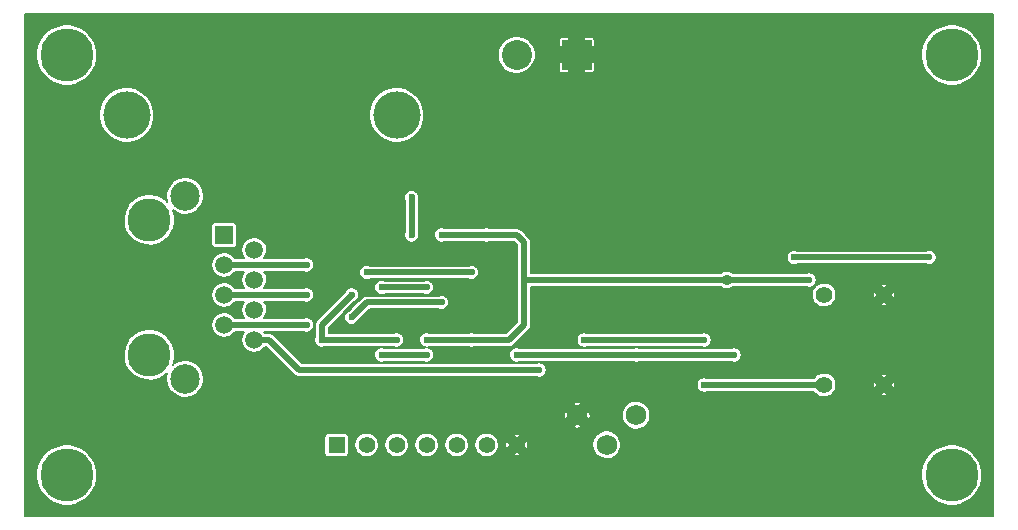
<source format=gbl>
G04 (created by PCBNEW (2013-may-18)-stable) date Tue 21 Oct 2014 07:01:45 PM CEST*
%MOIN*%
G04 Gerber Fmt 3.4, Leading zero omitted, Abs format*
%FSLAX34Y34*%
G01*
G70*
G90*
G04 APERTURE LIST*
%ADD10C,0.00590551*%
%ADD11C,0.0689*%
%ADD12C,0.055*%
%ADD13C,0.1437*%
%ADD14R,0.0591X0.0591*%
%ADD15C,0.0591*%
%ADD16C,0.0984252*%
%ADD17R,0.1X0.1*%
%ADD18C,0.1*%
%ADD19R,0.055X0.055*%
%ADD20C,0.177165*%
%ADD21C,0.1575*%
%ADD22C,0.023622*%
%ADD23C,0.035*%
%ADD24C,0.019685*%
%ADD25C,0.00669291*%
G04 APERTURE END LIST*
G54D10*
G54D11*
X67234Y-31008D03*
X66250Y-31992D03*
X65266Y-31008D03*
G54D12*
X73500Y-27000D03*
X75500Y-27000D03*
X73500Y-30000D03*
X75500Y-30000D03*
G54D13*
X51000Y-29000D03*
X51000Y-24500D03*
G54D14*
X53500Y-25000D03*
G54D15*
X54500Y-25500D03*
X53500Y-26000D03*
X54500Y-26500D03*
X53500Y-27000D03*
X54500Y-27500D03*
X53500Y-28000D03*
X54500Y-28500D03*
G54D16*
X52200Y-23700D03*
X52200Y-29800D03*
G54D17*
X65250Y-19000D03*
G54D18*
X63250Y-19000D03*
G54D19*
X57250Y-32000D03*
G54D12*
X58250Y-32000D03*
X59250Y-32000D03*
X60250Y-32000D03*
X61250Y-32000D03*
X62250Y-32000D03*
X63250Y-32000D03*
G54D20*
X48250Y-19000D03*
X77750Y-19000D03*
X77750Y-33000D03*
X48250Y-33000D03*
G54D21*
X50250Y-21000D03*
X59250Y-21000D03*
G54D22*
X72500Y-25750D03*
X77000Y-25750D03*
X70500Y-29000D03*
X63250Y-29000D03*
X67250Y-29000D03*
X61750Y-26250D03*
X58250Y-26250D03*
X60250Y-26750D03*
X58750Y-29000D03*
X60250Y-29000D03*
X58750Y-26750D03*
G54D23*
X70250Y-26500D03*
G54D22*
X73000Y-26500D03*
X60250Y-28500D03*
X61750Y-28500D03*
X60750Y-25000D03*
X62250Y-25000D03*
X56250Y-27000D03*
X56250Y-26000D03*
X69500Y-30000D03*
X57750Y-27750D03*
X60750Y-27250D03*
X56750Y-28500D03*
X59250Y-28500D03*
X57750Y-27000D03*
X59750Y-23750D03*
X59750Y-25000D03*
X56250Y-28000D03*
X64000Y-29500D03*
X69500Y-28500D03*
X65500Y-28500D03*
G54D24*
X77000Y-25750D02*
X72500Y-25750D01*
X69500Y-29000D02*
X70500Y-29000D01*
X67250Y-29000D02*
X63250Y-29000D01*
X67250Y-29000D02*
X69500Y-29000D01*
X58250Y-26250D02*
X61750Y-26250D01*
X58750Y-26750D02*
X60250Y-26750D01*
X60250Y-29000D02*
X58750Y-29000D01*
X68000Y-26500D02*
X63750Y-26500D01*
X69500Y-26500D02*
X70250Y-26500D01*
X70250Y-26500D02*
X72500Y-26500D01*
X68500Y-26500D02*
X69500Y-26500D01*
X68000Y-26500D02*
X68500Y-26500D01*
X72750Y-26500D02*
X73000Y-26500D01*
X72500Y-26500D02*
X72750Y-26500D01*
X61750Y-28500D02*
X60250Y-28500D01*
X63000Y-28500D02*
X61750Y-28500D01*
X63750Y-26500D02*
X63500Y-26500D01*
X63500Y-26500D02*
X63500Y-25250D01*
X63000Y-25000D02*
X62250Y-25000D01*
X63250Y-25000D02*
X63500Y-25250D01*
X63000Y-25000D02*
X63250Y-25000D01*
X63500Y-28000D02*
X63500Y-26500D01*
X63500Y-28000D02*
X63000Y-28500D01*
X60750Y-25000D02*
X62250Y-25000D01*
X53500Y-27000D02*
X56250Y-27000D01*
X56250Y-26000D02*
X53500Y-26000D01*
X69500Y-30000D02*
X73500Y-30000D01*
X60750Y-27250D02*
X58250Y-27250D01*
X58250Y-27250D02*
X58000Y-27500D01*
X58000Y-27500D02*
X57750Y-27750D01*
X57750Y-27750D02*
X57750Y-27750D01*
X56750Y-28500D02*
X59250Y-28500D01*
X57750Y-27000D02*
X56750Y-28000D01*
X56750Y-28000D02*
X56750Y-28500D01*
X59750Y-23750D02*
X59750Y-25000D01*
X56250Y-28000D02*
X53500Y-28000D01*
X55000Y-28500D02*
X56000Y-29500D01*
X56000Y-29500D02*
X64000Y-29500D01*
X54500Y-28500D02*
X55000Y-28500D01*
X69500Y-28500D02*
X65500Y-28500D01*
G54D10*
G36*
X79129Y-34379D02*
X78769Y-34379D01*
X78769Y-32900D01*
X78769Y-18900D01*
X78730Y-18703D01*
X78654Y-18519D01*
X78543Y-18352D01*
X78402Y-18210D01*
X78237Y-18099D01*
X78052Y-18021D01*
X77857Y-17981D01*
X77657Y-17979D01*
X77460Y-18017D01*
X77275Y-18092D01*
X77108Y-18201D01*
X76965Y-18341D01*
X76852Y-18506D01*
X76773Y-18690D01*
X76732Y-18885D01*
X76729Y-19085D01*
X76765Y-19282D01*
X76839Y-19468D01*
X76947Y-19636D01*
X77086Y-19779D01*
X77250Y-19894D01*
X77433Y-19974D01*
X77628Y-20017D01*
X77828Y-20021D01*
X78025Y-19986D01*
X78211Y-19914D01*
X78380Y-19807D01*
X78525Y-19669D01*
X78640Y-19505D01*
X78721Y-19323D01*
X78766Y-19128D01*
X78769Y-18900D01*
X78769Y-32900D01*
X78730Y-32703D01*
X78654Y-32519D01*
X78543Y-32352D01*
X78402Y-32210D01*
X78237Y-32099D01*
X78052Y-32021D01*
X77857Y-31981D01*
X77657Y-31979D01*
X77460Y-32017D01*
X77275Y-32092D01*
X77251Y-32107D01*
X77251Y-25725D01*
X77242Y-25676D01*
X77223Y-25631D01*
X77195Y-25590D01*
X77161Y-25555D01*
X77120Y-25527D01*
X77074Y-25508D01*
X77026Y-25498D01*
X76977Y-25498D01*
X76928Y-25507D01*
X76902Y-25518D01*
X72597Y-25518D01*
X72574Y-25508D01*
X72526Y-25498D01*
X72477Y-25498D01*
X72428Y-25507D01*
X72382Y-25525D01*
X72341Y-25552D01*
X72306Y-25587D01*
X72278Y-25628D01*
X72259Y-25673D01*
X72248Y-25721D01*
X72248Y-25771D01*
X72257Y-25819D01*
X72275Y-25865D01*
X72301Y-25907D01*
X72336Y-25942D01*
X72376Y-25970D01*
X72421Y-25990D01*
X72470Y-26001D01*
X72519Y-26002D01*
X72567Y-25993D01*
X72597Y-25981D01*
X76902Y-25981D01*
X76921Y-25990D01*
X76970Y-26001D01*
X77019Y-26002D01*
X77067Y-25993D01*
X77113Y-25975D01*
X77155Y-25949D01*
X77191Y-25915D01*
X77219Y-25874D01*
X77239Y-25829D01*
X77250Y-25781D01*
X77251Y-25725D01*
X77251Y-32107D01*
X77108Y-32201D01*
X76965Y-32341D01*
X76852Y-32506D01*
X76773Y-32690D01*
X76732Y-32885D01*
X76729Y-33085D01*
X76765Y-33282D01*
X76839Y-33468D01*
X76947Y-33636D01*
X77086Y-33779D01*
X77250Y-33894D01*
X77433Y-33974D01*
X77628Y-34017D01*
X77828Y-34021D01*
X78025Y-33986D01*
X78211Y-33914D01*
X78380Y-33807D01*
X78525Y-33669D01*
X78640Y-33505D01*
X78721Y-33323D01*
X78766Y-33128D01*
X78769Y-32900D01*
X78769Y-34379D01*
X75876Y-34379D01*
X75876Y-30022D01*
X75876Y-27022D01*
X75873Y-26948D01*
X75864Y-26904D01*
X75826Y-26868D01*
X75694Y-27000D01*
X75826Y-27131D01*
X75864Y-27095D01*
X75876Y-27022D01*
X75876Y-30022D01*
X75873Y-29948D01*
X75864Y-29904D01*
X75826Y-29868D01*
X75694Y-30000D01*
X75826Y-30131D01*
X75864Y-30095D01*
X75876Y-30022D01*
X75876Y-34379D01*
X75631Y-34379D01*
X75631Y-30326D01*
X75631Y-29673D01*
X75631Y-27326D01*
X75631Y-26673D01*
X75595Y-26635D01*
X75522Y-26623D01*
X75448Y-26626D01*
X75404Y-26635D01*
X75368Y-26673D01*
X75500Y-26805D01*
X75631Y-26673D01*
X75631Y-27326D01*
X75500Y-27194D01*
X75368Y-27326D01*
X75404Y-27364D01*
X75477Y-27376D01*
X75551Y-27373D01*
X75595Y-27364D01*
X75631Y-27326D01*
X75631Y-29673D01*
X75595Y-29635D01*
X75522Y-29623D01*
X75448Y-29626D01*
X75404Y-29635D01*
X75368Y-29673D01*
X75500Y-29805D01*
X75631Y-29673D01*
X75631Y-30326D01*
X75500Y-30194D01*
X75368Y-30326D01*
X75404Y-30364D01*
X75477Y-30376D01*
X75551Y-30373D01*
X75595Y-30364D01*
X75631Y-30326D01*
X75631Y-34379D01*
X75305Y-34379D01*
X75305Y-30000D01*
X75305Y-27000D01*
X75173Y-26868D01*
X75135Y-26904D01*
X75123Y-26977D01*
X75126Y-27051D01*
X75135Y-27095D01*
X75173Y-27131D01*
X75305Y-27000D01*
X75305Y-30000D01*
X75173Y-29868D01*
X75135Y-29904D01*
X75123Y-29977D01*
X75126Y-30051D01*
X75135Y-30095D01*
X75173Y-30131D01*
X75305Y-30000D01*
X75305Y-34379D01*
X73908Y-34379D01*
X73908Y-29959D01*
X73908Y-26959D01*
X73892Y-26881D01*
X73862Y-26807D01*
X73818Y-26740D01*
X73761Y-26683D01*
X73695Y-26638D01*
X73621Y-26607D01*
X73542Y-26591D01*
X73462Y-26591D01*
X73384Y-26606D01*
X73309Y-26636D01*
X73251Y-26674D01*
X73251Y-26475D01*
X73242Y-26426D01*
X73223Y-26381D01*
X73195Y-26340D01*
X73161Y-26305D01*
X73120Y-26277D01*
X73074Y-26258D01*
X73026Y-26248D01*
X72977Y-26248D01*
X72928Y-26257D01*
X72902Y-26268D01*
X72750Y-26268D01*
X72500Y-26268D01*
X70454Y-26268D01*
X70447Y-26261D01*
X70397Y-26227D01*
X70341Y-26203D01*
X70282Y-26191D01*
X70221Y-26191D01*
X70162Y-26202D01*
X70106Y-26225D01*
X70055Y-26258D01*
X70045Y-26268D01*
X69500Y-26268D01*
X68500Y-26268D01*
X68000Y-26268D01*
X65850Y-26268D01*
X65850Y-19490D01*
X65850Y-18509D01*
X65850Y-18489D01*
X65846Y-18470D01*
X65838Y-18452D01*
X65827Y-18435D01*
X65813Y-18421D01*
X65797Y-18410D01*
X65779Y-18403D01*
X65759Y-18399D01*
X65525Y-18399D01*
X65500Y-18424D01*
X65500Y-18750D01*
X65825Y-18750D01*
X65850Y-18724D01*
X65850Y-18509D01*
X65850Y-19490D01*
X65850Y-19275D01*
X65825Y-19250D01*
X65500Y-19250D01*
X65500Y-19575D01*
X65525Y-19600D01*
X65759Y-19600D01*
X65779Y-19596D01*
X65797Y-19589D01*
X65813Y-19578D01*
X65827Y-19564D01*
X65838Y-19547D01*
X65846Y-19529D01*
X65850Y-19510D01*
X65850Y-19490D01*
X65850Y-26268D01*
X65000Y-26268D01*
X65000Y-19575D01*
X65000Y-19250D01*
X65000Y-18750D01*
X65000Y-18424D01*
X64974Y-18399D01*
X64740Y-18399D01*
X64720Y-18403D01*
X64702Y-18410D01*
X64686Y-18421D01*
X64672Y-18435D01*
X64661Y-18452D01*
X64653Y-18470D01*
X64649Y-18489D01*
X64649Y-18509D01*
X64649Y-18724D01*
X64674Y-18750D01*
X65000Y-18750D01*
X65000Y-19250D01*
X64674Y-19250D01*
X64649Y-19275D01*
X64649Y-19490D01*
X64649Y-19510D01*
X64653Y-19529D01*
X64661Y-19547D01*
X64672Y-19564D01*
X64686Y-19578D01*
X64702Y-19589D01*
X64720Y-19596D01*
X64740Y-19600D01*
X64974Y-19600D01*
X65000Y-19575D01*
X65000Y-26268D01*
X63883Y-26268D01*
X63883Y-18937D01*
X63859Y-18816D01*
X63812Y-18701D01*
X63743Y-18597D01*
X63655Y-18509D01*
X63552Y-18440D01*
X63438Y-18391D01*
X63316Y-18366D01*
X63192Y-18366D01*
X63070Y-18389D01*
X62955Y-18435D01*
X62851Y-18503D01*
X62762Y-18590D01*
X62692Y-18693D01*
X62643Y-18807D01*
X62617Y-18929D01*
X62615Y-19053D01*
X62638Y-19175D01*
X62683Y-19290D01*
X62751Y-19395D01*
X62837Y-19484D01*
X62939Y-19555D01*
X63053Y-19605D01*
X63174Y-19632D01*
X63298Y-19634D01*
X63421Y-19613D01*
X63536Y-19568D01*
X63641Y-19501D01*
X63731Y-19415D01*
X63803Y-19314D01*
X63853Y-19200D01*
X63881Y-19079D01*
X63883Y-18937D01*
X63883Y-26268D01*
X63750Y-26268D01*
X63731Y-26268D01*
X63731Y-25250D01*
X63729Y-25228D01*
X63727Y-25207D01*
X63727Y-25206D01*
X63727Y-25204D01*
X63721Y-25184D01*
X63715Y-25163D01*
X63714Y-25162D01*
X63714Y-25161D01*
X63704Y-25142D01*
X63694Y-25123D01*
X63693Y-25122D01*
X63693Y-25121D01*
X63679Y-25105D01*
X63666Y-25088D01*
X63664Y-25086D01*
X63664Y-25086D01*
X63664Y-25086D01*
X63663Y-25086D01*
X63413Y-24836D01*
X63397Y-24822D01*
X63381Y-24808D01*
X63379Y-24808D01*
X63378Y-24807D01*
X63360Y-24797D01*
X63341Y-24786D01*
X63340Y-24786D01*
X63339Y-24785D01*
X63318Y-24779D01*
X63298Y-24773D01*
X63297Y-24773D01*
X63295Y-24772D01*
X63274Y-24770D01*
X63253Y-24768D01*
X63250Y-24768D01*
X63250Y-24768D01*
X63250Y-24768D01*
X63250Y-24768D01*
X63000Y-24768D01*
X62347Y-24768D01*
X62324Y-24758D01*
X62276Y-24748D01*
X62227Y-24748D01*
X62178Y-24757D01*
X62152Y-24768D01*
X60847Y-24768D01*
X60824Y-24758D01*
X60776Y-24748D01*
X60727Y-24748D01*
X60678Y-24757D01*
X60632Y-24775D01*
X60591Y-24802D01*
X60556Y-24837D01*
X60528Y-24878D01*
X60509Y-24923D01*
X60498Y-24971D01*
X60498Y-25021D01*
X60507Y-25069D01*
X60525Y-25115D01*
X60551Y-25157D01*
X60586Y-25192D01*
X60626Y-25220D01*
X60671Y-25240D01*
X60720Y-25251D01*
X60769Y-25252D01*
X60817Y-25243D01*
X60847Y-25231D01*
X62152Y-25231D01*
X62171Y-25240D01*
X62220Y-25251D01*
X62269Y-25252D01*
X62317Y-25243D01*
X62347Y-25231D01*
X63000Y-25231D01*
X63153Y-25231D01*
X63268Y-25346D01*
X63268Y-26500D01*
X63268Y-27903D01*
X62903Y-28268D01*
X62001Y-28268D01*
X62001Y-26225D01*
X61992Y-26176D01*
X61973Y-26131D01*
X61945Y-26090D01*
X61911Y-26055D01*
X61870Y-26027D01*
X61824Y-26008D01*
X61776Y-25998D01*
X61727Y-25998D01*
X61678Y-26007D01*
X61652Y-26018D01*
X60171Y-26018D01*
X60171Y-20909D01*
X60135Y-20732D01*
X60067Y-20565D01*
X59967Y-20415D01*
X59839Y-20286D01*
X59690Y-20185D01*
X59523Y-20115D01*
X59346Y-20079D01*
X59166Y-20078D01*
X58988Y-20112D01*
X58821Y-20179D01*
X58670Y-20278D01*
X58541Y-20405D01*
X58439Y-20554D01*
X58367Y-20720D01*
X58330Y-20896D01*
X58327Y-21077D01*
X58360Y-21255D01*
X58426Y-21423D01*
X58524Y-21574D01*
X58650Y-21704D01*
X58798Y-21807D01*
X58964Y-21880D01*
X59140Y-21918D01*
X59320Y-21922D01*
X59498Y-21891D01*
X59667Y-21826D01*
X59819Y-21729D01*
X59950Y-21604D01*
X60054Y-21457D01*
X60128Y-21292D01*
X60168Y-21115D01*
X60171Y-20909D01*
X60171Y-26018D01*
X60001Y-26018D01*
X60001Y-24975D01*
X59992Y-24926D01*
X59981Y-24902D01*
X59981Y-23847D01*
X59989Y-23829D01*
X60000Y-23781D01*
X60001Y-23725D01*
X59992Y-23676D01*
X59973Y-23631D01*
X59945Y-23590D01*
X59911Y-23555D01*
X59870Y-23527D01*
X59824Y-23508D01*
X59776Y-23498D01*
X59727Y-23498D01*
X59678Y-23507D01*
X59632Y-23525D01*
X59591Y-23552D01*
X59556Y-23587D01*
X59528Y-23628D01*
X59509Y-23673D01*
X59498Y-23721D01*
X59498Y-23771D01*
X59507Y-23819D01*
X59518Y-23847D01*
X59518Y-24902D01*
X59509Y-24923D01*
X59498Y-24971D01*
X59498Y-25021D01*
X59507Y-25069D01*
X59525Y-25115D01*
X59551Y-25157D01*
X59586Y-25192D01*
X59626Y-25220D01*
X59671Y-25240D01*
X59720Y-25251D01*
X59769Y-25252D01*
X59817Y-25243D01*
X59863Y-25225D01*
X59905Y-25199D01*
X59941Y-25165D01*
X59969Y-25124D01*
X59989Y-25079D01*
X60000Y-25031D01*
X60001Y-24975D01*
X60001Y-26018D01*
X58347Y-26018D01*
X58324Y-26008D01*
X58276Y-25998D01*
X58227Y-25998D01*
X58178Y-26007D01*
X58132Y-26025D01*
X58091Y-26052D01*
X58056Y-26087D01*
X58028Y-26128D01*
X58009Y-26173D01*
X57998Y-26221D01*
X57998Y-26271D01*
X58007Y-26319D01*
X58025Y-26365D01*
X58051Y-26407D01*
X58086Y-26442D01*
X58126Y-26470D01*
X58171Y-26490D01*
X58220Y-26501D01*
X58269Y-26502D01*
X58317Y-26493D01*
X58347Y-26481D01*
X61652Y-26481D01*
X61671Y-26490D01*
X61720Y-26501D01*
X61769Y-26502D01*
X61817Y-26493D01*
X61863Y-26475D01*
X61905Y-26449D01*
X61941Y-26415D01*
X61969Y-26374D01*
X61989Y-26329D01*
X62000Y-26281D01*
X62001Y-26225D01*
X62001Y-28268D01*
X61847Y-28268D01*
X61824Y-28258D01*
X61776Y-28248D01*
X61727Y-28248D01*
X61678Y-28257D01*
X61652Y-28268D01*
X61001Y-28268D01*
X61001Y-27225D01*
X60992Y-27176D01*
X60973Y-27131D01*
X60945Y-27090D01*
X60911Y-27055D01*
X60870Y-27027D01*
X60824Y-27008D01*
X60776Y-26998D01*
X60727Y-26998D01*
X60678Y-27007D01*
X60652Y-27018D01*
X60501Y-27018D01*
X60501Y-26725D01*
X60492Y-26676D01*
X60473Y-26631D01*
X60445Y-26590D01*
X60411Y-26555D01*
X60370Y-26527D01*
X60324Y-26508D01*
X60276Y-26498D01*
X60227Y-26498D01*
X60178Y-26507D01*
X60152Y-26518D01*
X58847Y-26518D01*
X58824Y-26508D01*
X58776Y-26498D01*
X58727Y-26498D01*
X58678Y-26507D01*
X58632Y-26525D01*
X58591Y-26552D01*
X58556Y-26587D01*
X58528Y-26628D01*
X58509Y-26673D01*
X58498Y-26721D01*
X58498Y-26771D01*
X58507Y-26819D01*
X58525Y-26865D01*
X58551Y-26907D01*
X58586Y-26942D01*
X58626Y-26970D01*
X58671Y-26990D01*
X58720Y-27001D01*
X58769Y-27002D01*
X58817Y-26993D01*
X58847Y-26981D01*
X60152Y-26981D01*
X60171Y-26990D01*
X60220Y-27001D01*
X60269Y-27002D01*
X60317Y-26993D01*
X60363Y-26975D01*
X60405Y-26949D01*
X60441Y-26915D01*
X60469Y-26874D01*
X60489Y-26829D01*
X60500Y-26781D01*
X60501Y-26725D01*
X60501Y-27018D01*
X58250Y-27018D01*
X58228Y-27020D01*
X58207Y-27022D01*
X58206Y-27022D01*
X58204Y-27022D01*
X58184Y-27028D01*
X58163Y-27034D01*
X58162Y-27035D01*
X58161Y-27035D01*
X58142Y-27045D01*
X58123Y-27055D01*
X58122Y-27056D01*
X58121Y-27056D01*
X58105Y-27070D01*
X58088Y-27083D01*
X58086Y-27085D01*
X58086Y-27085D01*
X58086Y-27085D01*
X58086Y-27086D01*
X57836Y-27336D01*
X57836Y-27336D01*
X57655Y-27517D01*
X57632Y-27525D01*
X57591Y-27552D01*
X57556Y-27587D01*
X57528Y-27628D01*
X57509Y-27673D01*
X57498Y-27721D01*
X57498Y-27771D01*
X57507Y-27819D01*
X57525Y-27865D01*
X57551Y-27907D01*
X57586Y-27942D01*
X57626Y-27970D01*
X57671Y-27990D01*
X57720Y-28001D01*
X57769Y-28002D01*
X57817Y-27993D01*
X57863Y-27975D01*
X57905Y-27949D01*
X57941Y-27915D01*
X57969Y-27874D01*
X57983Y-27844D01*
X58163Y-27663D01*
X58163Y-27663D01*
X58163Y-27663D01*
X58346Y-27481D01*
X60652Y-27481D01*
X60671Y-27490D01*
X60720Y-27501D01*
X60769Y-27502D01*
X60817Y-27493D01*
X60863Y-27475D01*
X60905Y-27449D01*
X60941Y-27415D01*
X60969Y-27374D01*
X60989Y-27329D01*
X61000Y-27281D01*
X61001Y-27225D01*
X61001Y-28268D01*
X60347Y-28268D01*
X60324Y-28258D01*
X60276Y-28248D01*
X60227Y-28248D01*
X60178Y-28257D01*
X60132Y-28275D01*
X60091Y-28302D01*
X60056Y-28337D01*
X60028Y-28378D01*
X60009Y-28423D01*
X59998Y-28471D01*
X59998Y-28521D01*
X60007Y-28569D01*
X60025Y-28615D01*
X60051Y-28657D01*
X60086Y-28692D01*
X60126Y-28720D01*
X60171Y-28740D01*
X60216Y-28750D01*
X60178Y-28757D01*
X60152Y-28768D01*
X59501Y-28768D01*
X59501Y-28475D01*
X59492Y-28426D01*
X59473Y-28381D01*
X59445Y-28340D01*
X59411Y-28305D01*
X59370Y-28277D01*
X59324Y-28258D01*
X59276Y-28248D01*
X59227Y-28248D01*
X59178Y-28257D01*
X59152Y-28268D01*
X56981Y-28268D01*
X56981Y-28096D01*
X57844Y-27233D01*
X57863Y-27225D01*
X57905Y-27199D01*
X57941Y-27165D01*
X57969Y-27124D01*
X57989Y-27079D01*
X58000Y-27031D01*
X58001Y-26975D01*
X57992Y-26926D01*
X57973Y-26881D01*
X57945Y-26840D01*
X57911Y-26805D01*
X57870Y-26777D01*
X57824Y-26758D01*
X57776Y-26748D01*
X57727Y-26748D01*
X57678Y-26757D01*
X57632Y-26775D01*
X57591Y-26802D01*
X57556Y-26837D01*
X57528Y-26878D01*
X57516Y-26905D01*
X56586Y-27836D01*
X56572Y-27852D01*
X56558Y-27868D01*
X56558Y-27870D01*
X56557Y-27871D01*
X56547Y-27889D01*
X56536Y-27908D01*
X56536Y-27909D01*
X56535Y-27910D01*
X56529Y-27931D01*
X56523Y-27951D01*
X56523Y-27952D01*
X56522Y-27954D01*
X56520Y-27975D01*
X56518Y-27996D01*
X56518Y-27999D01*
X56518Y-27999D01*
X56518Y-27999D01*
X56518Y-28000D01*
X56518Y-28402D01*
X56509Y-28423D01*
X56498Y-28471D01*
X56498Y-28521D01*
X56507Y-28569D01*
X56525Y-28615D01*
X56551Y-28657D01*
X56586Y-28692D01*
X56626Y-28720D01*
X56671Y-28740D01*
X56720Y-28751D01*
X56769Y-28752D01*
X56817Y-28743D01*
X56847Y-28731D01*
X59152Y-28731D01*
X59171Y-28740D01*
X59220Y-28751D01*
X59269Y-28752D01*
X59317Y-28743D01*
X59363Y-28725D01*
X59405Y-28699D01*
X59441Y-28665D01*
X59469Y-28624D01*
X59489Y-28579D01*
X59500Y-28531D01*
X59501Y-28475D01*
X59501Y-28768D01*
X58847Y-28768D01*
X58824Y-28758D01*
X58776Y-28748D01*
X58727Y-28748D01*
X58678Y-28757D01*
X58632Y-28775D01*
X58591Y-28802D01*
X58556Y-28837D01*
X58528Y-28878D01*
X58509Y-28923D01*
X58498Y-28971D01*
X58498Y-29021D01*
X58507Y-29069D01*
X58525Y-29115D01*
X58551Y-29157D01*
X58586Y-29192D01*
X58626Y-29220D01*
X58671Y-29240D01*
X58720Y-29251D01*
X58769Y-29252D01*
X58817Y-29243D01*
X58847Y-29231D01*
X60152Y-29231D01*
X60171Y-29240D01*
X60220Y-29251D01*
X60269Y-29252D01*
X60317Y-29243D01*
X60363Y-29225D01*
X60405Y-29199D01*
X60441Y-29165D01*
X60469Y-29124D01*
X60489Y-29079D01*
X60500Y-29031D01*
X60501Y-28975D01*
X60492Y-28926D01*
X60473Y-28881D01*
X60445Y-28840D01*
X60411Y-28805D01*
X60370Y-28777D01*
X60324Y-28758D01*
X60282Y-28749D01*
X60317Y-28743D01*
X60347Y-28731D01*
X61652Y-28731D01*
X61671Y-28740D01*
X61720Y-28751D01*
X61769Y-28752D01*
X61817Y-28743D01*
X61847Y-28731D01*
X63000Y-28731D01*
X63021Y-28729D01*
X63042Y-28727D01*
X63043Y-28727D01*
X63045Y-28727D01*
X63065Y-28721D01*
X63086Y-28715D01*
X63087Y-28714D01*
X63088Y-28714D01*
X63107Y-28704D01*
X63126Y-28694D01*
X63127Y-28693D01*
X63128Y-28693D01*
X63144Y-28679D01*
X63161Y-28666D01*
X63163Y-28664D01*
X63163Y-28664D01*
X63163Y-28664D01*
X63163Y-28663D01*
X63663Y-28163D01*
X63677Y-28147D01*
X63691Y-28131D01*
X63691Y-28129D01*
X63692Y-28128D01*
X63702Y-28110D01*
X63713Y-28091D01*
X63713Y-28090D01*
X63714Y-28089D01*
X63720Y-28068D01*
X63726Y-28048D01*
X63726Y-28047D01*
X63727Y-28045D01*
X63729Y-28024D01*
X63731Y-28003D01*
X63731Y-28000D01*
X63731Y-28000D01*
X63731Y-28000D01*
X63731Y-28000D01*
X63731Y-26731D01*
X63750Y-26731D01*
X68000Y-26731D01*
X68500Y-26731D01*
X69500Y-26731D01*
X70045Y-26731D01*
X70049Y-26736D01*
X70098Y-26770D01*
X70154Y-26794D01*
X70213Y-26807D01*
X70273Y-26809D01*
X70333Y-26798D01*
X70389Y-26776D01*
X70440Y-26744D01*
X70453Y-26731D01*
X72500Y-26731D01*
X72750Y-26731D01*
X72902Y-26731D01*
X72921Y-26740D01*
X72970Y-26751D01*
X73019Y-26752D01*
X73067Y-26743D01*
X73113Y-26725D01*
X73155Y-26699D01*
X73191Y-26665D01*
X73219Y-26624D01*
X73239Y-26579D01*
X73250Y-26531D01*
X73251Y-26475D01*
X73251Y-26674D01*
X73242Y-26680D01*
X73185Y-26736D01*
X73140Y-26802D01*
X73108Y-26875D01*
X73092Y-26954D01*
X73090Y-27034D01*
X73105Y-27113D01*
X73134Y-27187D01*
X73178Y-27254D01*
X73233Y-27312D01*
X73299Y-27358D01*
X73373Y-27390D01*
X73451Y-27407D01*
X73531Y-27409D01*
X73610Y-27395D01*
X73685Y-27366D01*
X73752Y-27323D01*
X73810Y-27268D01*
X73856Y-27202D01*
X73889Y-27129D01*
X73907Y-27051D01*
X73908Y-26959D01*
X73908Y-29959D01*
X73892Y-29881D01*
X73862Y-29807D01*
X73818Y-29740D01*
X73761Y-29683D01*
X73695Y-29638D01*
X73621Y-29607D01*
X73542Y-29591D01*
X73462Y-29591D01*
X73384Y-29606D01*
X73309Y-29636D01*
X73242Y-29680D01*
X73185Y-29736D01*
X73163Y-29768D01*
X70751Y-29768D01*
X70751Y-28975D01*
X70742Y-28926D01*
X70723Y-28881D01*
X70695Y-28840D01*
X70661Y-28805D01*
X70620Y-28777D01*
X70574Y-28758D01*
X70526Y-28748D01*
X70477Y-28748D01*
X70428Y-28757D01*
X70402Y-28768D01*
X69751Y-28768D01*
X69751Y-28475D01*
X69742Y-28426D01*
X69723Y-28381D01*
X69695Y-28340D01*
X69661Y-28305D01*
X69620Y-28277D01*
X69574Y-28258D01*
X69526Y-28248D01*
X69477Y-28248D01*
X69428Y-28257D01*
X69402Y-28268D01*
X65597Y-28268D01*
X65574Y-28258D01*
X65526Y-28248D01*
X65477Y-28248D01*
X65428Y-28257D01*
X65382Y-28275D01*
X65341Y-28302D01*
X65306Y-28337D01*
X65278Y-28378D01*
X65259Y-28423D01*
X65248Y-28471D01*
X65248Y-28521D01*
X65257Y-28569D01*
X65275Y-28615D01*
X65301Y-28657D01*
X65336Y-28692D01*
X65376Y-28720D01*
X65421Y-28740D01*
X65470Y-28751D01*
X65519Y-28752D01*
X65567Y-28743D01*
X65597Y-28731D01*
X69402Y-28731D01*
X69421Y-28740D01*
X69470Y-28751D01*
X69519Y-28752D01*
X69567Y-28743D01*
X69613Y-28725D01*
X69655Y-28699D01*
X69691Y-28665D01*
X69719Y-28624D01*
X69739Y-28579D01*
X69750Y-28531D01*
X69751Y-28475D01*
X69751Y-28768D01*
X69500Y-28768D01*
X67347Y-28768D01*
X67324Y-28758D01*
X67276Y-28748D01*
X67227Y-28748D01*
X67178Y-28757D01*
X67152Y-28768D01*
X63347Y-28768D01*
X63324Y-28758D01*
X63276Y-28748D01*
X63227Y-28748D01*
X63178Y-28757D01*
X63132Y-28775D01*
X63091Y-28802D01*
X63056Y-28837D01*
X63028Y-28878D01*
X63009Y-28923D01*
X62998Y-28971D01*
X62998Y-29021D01*
X63007Y-29069D01*
X63025Y-29115D01*
X63051Y-29157D01*
X63086Y-29192D01*
X63126Y-29220D01*
X63171Y-29240D01*
X63220Y-29251D01*
X63269Y-29252D01*
X63317Y-29243D01*
X63347Y-29231D01*
X67152Y-29231D01*
X67171Y-29240D01*
X67220Y-29251D01*
X67269Y-29252D01*
X67317Y-29243D01*
X67347Y-29231D01*
X69500Y-29231D01*
X70402Y-29231D01*
X70421Y-29240D01*
X70470Y-29251D01*
X70519Y-29252D01*
X70567Y-29243D01*
X70613Y-29225D01*
X70655Y-29199D01*
X70691Y-29165D01*
X70719Y-29124D01*
X70739Y-29079D01*
X70750Y-29031D01*
X70751Y-28975D01*
X70751Y-29768D01*
X69597Y-29768D01*
X69574Y-29758D01*
X69526Y-29748D01*
X69477Y-29748D01*
X69428Y-29757D01*
X69382Y-29775D01*
X69341Y-29802D01*
X69306Y-29837D01*
X69278Y-29878D01*
X69259Y-29923D01*
X69248Y-29971D01*
X69248Y-30021D01*
X69257Y-30069D01*
X69275Y-30115D01*
X69301Y-30157D01*
X69336Y-30192D01*
X69376Y-30220D01*
X69421Y-30240D01*
X69470Y-30251D01*
X69519Y-30252D01*
X69567Y-30243D01*
X69597Y-30231D01*
X73163Y-30231D01*
X73178Y-30254D01*
X73233Y-30312D01*
X73299Y-30358D01*
X73373Y-30390D01*
X73451Y-30407D01*
X73531Y-30409D01*
X73610Y-30395D01*
X73685Y-30366D01*
X73752Y-30323D01*
X73810Y-30268D01*
X73856Y-30202D01*
X73889Y-30129D01*
X73907Y-30051D01*
X73908Y-29959D01*
X73908Y-34379D01*
X67711Y-34379D01*
X67711Y-30961D01*
X67693Y-30869D01*
X67658Y-30782D01*
X67606Y-30704D01*
X67540Y-30637D01*
X67462Y-30585D01*
X67376Y-30549D01*
X67284Y-30530D01*
X67190Y-30529D01*
X67098Y-30547D01*
X67011Y-30582D01*
X66933Y-30633D01*
X66866Y-30699D01*
X66813Y-30776D01*
X66776Y-30862D01*
X66756Y-30954D01*
X66755Y-31048D01*
X66772Y-31140D01*
X66806Y-31227D01*
X66857Y-31306D01*
X66922Y-31373D01*
X66999Y-31427D01*
X67085Y-31464D01*
X67177Y-31484D01*
X67270Y-31486D01*
X67363Y-31470D01*
X67450Y-31436D01*
X67529Y-31386D01*
X67597Y-31321D01*
X67651Y-31245D01*
X67689Y-31159D01*
X67710Y-31068D01*
X67711Y-30961D01*
X67711Y-34379D01*
X66727Y-34379D01*
X66727Y-31945D01*
X66709Y-31853D01*
X66674Y-31766D01*
X66622Y-31688D01*
X66556Y-31621D01*
X66478Y-31569D01*
X66392Y-31533D01*
X66300Y-31514D01*
X66206Y-31513D01*
X66114Y-31531D01*
X66027Y-31566D01*
X65949Y-31617D01*
X65882Y-31683D01*
X65829Y-31760D01*
X65792Y-31846D01*
X65772Y-31938D01*
X65771Y-32032D01*
X65788Y-32124D01*
X65822Y-32211D01*
X65873Y-32290D01*
X65938Y-32357D01*
X66015Y-32411D01*
X66101Y-32448D01*
X66193Y-32468D01*
X66286Y-32470D01*
X66379Y-32454D01*
X66466Y-32420D01*
X66545Y-32370D01*
X66613Y-32305D01*
X66667Y-32229D01*
X66705Y-32143D01*
X66726Y-32052D01*
X66727Y-31945D01*
X66727Y-34379D01*
X65712Y-34379D01*
X65712Y-31024D01*
X65707Y-30937D01*
X65700Y-30904D01*
X65660Y-30857D01*
X65509Y-31008D01*
X65660Y-31158D01*
X65700Y-31111D01*
X65712Y-31024D01*
X65712Y-34379D01*
X65416Y-34379D01*
X65416Y-31402D01*
X65416Y-30613D01*
X65369Y-30573D01*
X65282Y-30561D01*
X65195Y-30566D01*
X65162Y-30573D01*
X65115Y-30613D01*
X65266Y-30764D01*
X65416Y-30613D01*
X65416Y-31402D01*
X65266Y-31251D01*
X65115Y-31402D01*
X65162Y-31442D01*
X65249Y-31454D01*
X65336Y-31449D01*
X65369Y-31442D01*
X65416Y-31402D01*
X65416Y-34379D01*
X65022Y-34379D01*
X65022Y-31008D01*
X64871Y-30857D01*
X64831Y-30904D01*
X64819Y-30991D01*
X64824Y-31078D01*
X64831Y-31111D01*
X64871Y-31158D01*
X65022Y-31008D01*
X65022Y-34379D01*
X64251Y-34379D01*
X64251Y-29475D01*
X64242Y-29426D01*
X64223Y-29381D01*
X64195Y-29340D01*
X64161Y-29305D01*
X64120Y-29277D01*
X64074Y-29258D01*
X64026Y-29248D01*
X63977Y-29248D01*
X63928Y-29257D01*
X63902Y-29268D01*
X56096Y-29268D01*
X55163Y-28336D01*
X55147Y-28322D01*
X55131Y-28308D01*
X55129Y-28308D01*
X55128Y-28307D01*
X55110Y-28297D01*
X55091Y-28286D01*
X55090Y-28286D01*
X55089Y-28285D01*
X55068Y-28279D01*
X55048Y-28273D01*
X55047Y-28273D01*
X55045Y-28272D01*
X55024Y-28270D01*
X55003Y-28268D01*
X55000Y-28268D01*
X55000Y-28268D01*
X55000Y-28268D01*
X55000Y-28268D01*
X54860Y-28268D01*
X54836Y-28231D01*
X56152Y-28231D01*
X56171Y-28240D01*
X56220Y-28251D01*
X56269Y-28252D01*
X56317Y-28243D01*
X56363Y-28225D01*
X56405Y-28199D01*
X56441Y-28165D01*
X56469Y-28124D01*
X56489Y-28079D01*
X56500Y-28031D01*
X56501Y-27975D01*
X56492Y-27926D01*
X56473Y-27881D01*
X56445Y-27840D01*
X56411Y-27805D01*
X56370Y-27777D01*
X56324Y-27758D01*
X56276Y-27748D01*
X56227Y-27748D01*
X56178Y-27757D01*
X56152Y-27768D01*
X54835Y-27768D01*
X54874Y-27712D01*
X54909Y-27636D01*
X54927Y-27554D01*
X54928Y-27457D01*
X54912Y-27375D01*
X54880Y-27297D01*
X54836Y-27231D01*
X56152Y-27231D01*
X56171Y-27240D01*
X56220Y-27251D01*
X56269Y-27252D01*
X56317Y-27243D01*
X56363Y-27225D01*
X56405Y-27199D01*
X56441Y-27165D01*
X56469Y-27124D01*
X56489Y-27079D01*
X56500Y-27031D01*
X56501Y-26975D01*
X56492Y-26926D01*
X56473Y-26881D01*
X56445Y-26840D01*
X56411Y-26805D01*
X56370Y-26777D01*
X56324Y-26758D01*
X56276Y-26748D01*
X56227Y-26748D01*
X56178Y-26757D01*
X56152Y-26768D01*
X54835Y-26768D01*
X54874Y-26712D01*
X54909Y-26636D01*
X54927Y-26554D01*
X54928Y-26457D01*
X54912Y-26375D01*
X54880Y-26297D01*
X54836Y-26231D01*
X56152Y-26231D01*
X56171Y-26240D01*
X56220Y-26251D01*
X56269Y-26252D01*
X56317Y-26243D01*
X56363Y-26225D01*
X56405Y-26199D01*
X56441Y-26165D01*
X56469Y-26124D01*
X56489Y-26079D01*
X56500Y-26031D01*
X56501Y-25975D01*
X56492Y-25926D01*
X56473Y-25881D01*
X56445Y-25840D01*
X56411Y-25805D01*
X56370Y-25777D01*
X56324Y-25758D01*
X56276Y-25748D01*
X56227Y-25748D01*
X56178Y-25757D01*
X56152Y-25768D01*
X54835Y-25768D01*
X54874Y-25712D01*
X54909Y-25636D01*
X54927Y-25554D01*
X54928Y-25457D01*
X54912Y-25375D01*
X54880Y-25297D01*
X54834Y-25227D01*
X54774Y-25167D01*
X54705Y-25120D01*
X54627Y-25088D01*
X54545Y-25071D01*
X54460Y-25070D01*
X54378Y-25086D01*
X54300Y-25118D01*
X54229Y-25164D01*
X54169Y-25222D01*
X54122Y-25292D01*
X54089Y-25369D01*
X54071Y-25451D01*
X54070Y-25536D01*
X54085Y-25618D01*
X54116Y-25697D01*
X54162Y-25767D01*
X54162Y-25768D01*
X53929Y-25768D01*
X53929Y-25283D01*
X53928Y-24691D01*
X53923Y-24665D01*
X53913Y-24641D01*
X53899Y-24619D01*
X53880Y-24601D01*
X53859Y-24586D01*
X53835Y-24576D01*
X53809Y-24571D01*
X53783Y-24570D01*
X53191Y-24571D01*
X53165Y-24576D01*
X53141Y-24586D01*
X53119Y-24600D01*
X53101Y-24619D01*
X53086Y-24640D01*
X53076Y-24664D01*
X53071Y-24690D01*
X53070Y-24716D01*
X53071Y-25308D01*
X53076Y-25334D01*
X53086Y-25358D01*
X53100Y-25380D01*
X53119Y-25398D01*
X53140Y-25413D01*
X53164Y-25423D01*
X53190Y-25428D01*
X53216Y-25429D01*
X53808Y-25428D01*
X53834Y-25423D01*
X53858Y-25413D01*
X53880Y-25399D01*
X53898Y-25380D01*
X53913Y-25359D01*
X53923Y-25335D01*
X53928Y-25309D01*
X53929Y-25283D01*
X53929Y-25768D01*
X53860Y-25768D01*
X53834Y-25727D01*
X53774Y-25667D01*
X53705Y-25620D01*
X53627Y-25588D01*
X53545Y-25571D01*
X53460Y-25570D01*
X53378Y-25586D01*
X53300Y-25618D01*
X53229Y-25664D01*
X53169Y-25722D01*
X53122Y-25792D01*
X53089Y-25869D01*
X53071Y-25951D01*
X53070Y-26036D01*
X53085Y-26118D01*
X53116Y-26197D01*
X53162Y-26267D01*
X53220Y-26328D01*
X53289Y-26376D01*
X53366Y-26409D01*
X53448Y-26428D01*
X53533Y-26429D01*
X53615Y-26415D01*
X53694Y-26384D01*
X53765Y-26339D01*
X53826Y-26281D01*
X53861Y-26231D01*
X54163Y-26231D01*
X54122Y-26292D01*
X54089Y-26369D01*
X54071Y-26451D01*
X54070Y-26536D01*
X54085Y-26618D01*
X54116Y-26697D01*
X54162Y-26767D01*
X54162Y-26768D01*
X53860Y-26768D01*
X53834Y-26727D01*
X53774Y-26667D01*
X53705Y-26620D01*
X53627Y-26588D01*
X53545Y-26571D01*
X53460Y-26570D01*
X53378Y-26586D01*
X53300Y-26618D01*
X53229Y-26664D01*
X53169Y-26722D01*
X53122Y-26792D01*
X53089Y-26869D01*
X53071Y-26951D01*
X53070Y-27036D01*
X53085Y-27118D01*
X53116Y-27197D01*
X53162Y-27267D01*
X53220Y-27328D01*
X53289Y-27376D01*
X53366Y-27409D01*
X53448Y-27428D01*
X53533Y-27429D01*
X53615Y-27415D01*
X53694Y-27384D01*
X53765Y-27339D01*
X53826Y-27281D01*
X53861Y-27231D01*
X54163Y-27231D01*
X54122Y-27292D01*
X54089Y-27369D01*
X54071Y-27451D01*
X54070Y-27536D01*
X54085Y-27618D01*
X54116Y-27697D01*
X54162Y-27767D01*
X54162Y-27768D01*
X53860Y-27768D01*
X53834Y-27727D01*
X53774Y-27667D01*
X53705Y-27620D01*
X53627Y-27588D01*
X53545Y-27571D01*
X53460Y-27570D01*
X53378Y-27586D01*
X53300Y-27618D01*
X53229Y-27664D01*
X53169Y-27722D01*
X53122Y-27792D01*
X53089Y-27869D01*
X53071Y-27951D01*
X53070Y-28036D01*
X53085Y-28118D01*
X53116Y-28197D01*
X53162Y-28267D01*
X53220Y-28328D01*
X53289Y-28376D01*
X53366Y-28409D01*
X53448Y-28428D01*
X53533Y-28429D01*
X53615Y-28415D01*
X53694Y-28384D01*
X53765Y-28339D01*
X53826Y-28281D01*
X53861Y-28231D01*
X54163Y-28231D01*
X54122Y-28292D01*
X54089Y-28369D01*
X54071Y-28451D01*
X54070Y-28536D01*
X54085Y-28618D01*
X54116Y-28697D01*
X54162Y-28767D01*
X54220Y-28828D01*
X54289Y-28876D01*
X54366Y-28909D01*
X54448Y-28928D01*
X54533Y-28929D01*
X54615Y-28915D01*
X54694Y-28884D01*
X54765Y-28839D01*
X54826Y-28781D01*
X54861Y-28731D01*
X54903Y-28731D01*
X55836Y-29663D01*
X55852Y-29677D01*
X55868Y-29691D01*
X55870Y-29691D01*
X55871Y-29692D01*
X55889Y-29702D01*
X55908Y-29713D01*
X55909Y-29713D01*
X55910Y-29714D01*
X55931Y-29720D01*
X55951Y-29726D01*
X55952Y-29726D01*
X55954Y-29727D01*
X55975Y-29729D01*
X55996Y-29731D01*
X55999Y-29731D01*
X55999Y-29731D01*
X55999Y-29731D01*
X56000Y-29731D01*
X63902Y-29731D01*
X63921Y-29740D01*
X63970Y-29751D01*
X64019Y-29752D01*
X64067Y-29743D01*
X64113Y-29725D01*
X64155Y-29699D01*
X64191Y-29665D01*
X64219Y-29624D01*
X64239Y-29579D01*
X64250Y-29531D01*
X64251Y-29475D01*
X64251Y-34379D01*
X63626Y-34379D01*
X63626Y-32022D01*
X63623Y-31948D01*
X63614Y-31904D01*
X63576Y-31868D01*
X63444Y-32000D01*
X63576Y-32131D01*
X63614Y-32095D01*
X63626Y-32022D01*
X63626Y-34379D01*
X63381Y-34379D01*
X63381Y-32326D01*
X63381Y-31673D01*
X63345Y-31635D01*
X63272Y-31623D01*
X63198Y-31626D01*
X63154Y-31635D01*
X63118Y-31673D01*
X63250Y-31805D01*
X63381Y-31673D01*
X63381Y-32326D01*
X63250Y-32194D01*
X63118Y-32326D01*
X63154Y-32364D01*
X63227Y-32376D01*
X63301Y-32373D01*
X63345Y-32364D01*
X63381Y-32326D01*
X63381Y-34379D01*
X63055Y-34379D01*
X63055Y-32000D01*
X62923Y-31868D01*
X62885Y-31904D01*
X62873Y-31977D01*
X62876Y-32051D01*
X62885Y-32095D01*
X62923Y-32131D01*
X63055Y-32000D01*
X63055Y-34379D01*
X62658Y-34379D01*
X62658Y-31959D01*
X62642Y-31881D01*
X62612Y-31807D01*
X62568Y-31740D01*
X62511Y-31683D01*
X62445Y-31638D01*
X62371Y-31607D01*
X62292Y-31591D01*
X62212Y-31591D01*
X62134Y-31606D01*
X62059Y-31636D01*
X61992Y-31680D01*
X61935Y-31736D01*
X61890Y-31802D01*
X61858Y-31875D01*
X61842Y-31954D01*
X61840Y-32034D01*
X61855Y-32113D01*
X61884Y-32187D01*
X61928Y-32254D01*
X61983Y-32312D01*
X62049Y-32358D01*
X62123Y-32390D01*
X62201Y-32407D01*
X62281Y-32409D01*
X62360Y-32395D01*
X62435Y-32366D01*
X62502Y-32323D01*
X62560Y-32268D01*
X62606Y-32202D01*
X62639Y-32129D01*
X62657Y-32051D01*
X62658Y-31959D01*
X62658Y-34379D01*
X61658Y-34379D01*
X61658Y-31959D01*
X61642Y-31881D01*
X61612Y-31807D01*
X61568Y-31740D01*
X61511Y-31683D01*
X61445Y-31638D01*
X61371Y-31607D01*
X61292Y-31591D01*
X61212Y-31591D01*
X61134Y-31606D01*
X61059Y-31636D01*
X60992Y-31680D01*
X60935Y-31736D01*
X60890Y-31802D01*
X60858Y-31875D01*
X60842Y-31954D01*
X60840Y-32034D01*
X60855Y-32113D01*
X60884Y-32187D01*
X60928Y-32254D01*
X60983Y-32312D01*
X61049Y-32358D01*
X61123Y-32390D01*
X61201Y-32407D01*
X61281Y-32409D01*
X61360Y-32395D01*
X61435Y-32366D01*
X61502Y-32323D01*
X61560Y-32268D01*
X61606Y-32202D01*
X61639Y-32129D01*
X61657Y-32051D01*
X61658Y-31959D01*
X61658Y-34379D01*
X60658Y-34379D01*
X60658Y-31959D01*
X60642Y-31881D01*
X60612Y-31807D01*
X60568Y-31740D01*
X60511Y-31683D01*
X60445Y-31638D01*
X60371Y-31607D01*
X60292Y-31591D01*
X60212Y-31591D01*
X60134Y-31606D01*
X60059Y-31636D01*
X59992Y-31680D01*
X59935Y-31736D01*
X59890Y-31802D01*
X59858Y-31875D01*
X59842Y-31954D01*
X59840Y-32034D01*
X59855Y-32113D01*
X59884Y-32187D01*
X59928Y-32254D01*
X59983Y-32312D01*
X60049Y-32358D01*
X60123Y-32390D01*
X60201Y-32407D01*
X60281Y-32409D01*
X60360Y-32395D01*
X60435Y-32366D01*
X60502Y-32323D01*
X60560Y-32268D01*
X60606Y-32202D01*
X60639Y-32129D01*
X60657Y-32051D01*
X60658Y-31959D01*
X60658Y-34379D01*
X59658Y-34379D01*
X59658Y-31959D01*
X59642Y-31881D01*
X59612Y-31807D01*
X59568Y-31740D01*
X59511Y-31683D01*
X59445Y-31638D01*
X59371Y-31607D01*
X59292Y-31591D01*
X59212Y-31591D01*
X59134Y-31606D01*
X59059Y-31636D01*
X58992Y-31680D01*
X58935Y-31736D01*
X58890Y-31802D01*
X58858Y-31875D01*
X58842Y-31954D01*
X58840Y-32034D01*
X58855Y-32113D01*
X58884Y-32187D01*
X58928Y-32254D01*
X58983Y-32312D01*
X59049Y-32358D01*
X59123Y-32390D01*
X59201Y-32407D01*
X59281Y-32409D01*
X59360Y-32395D01*
X59435Y-32366D01*
X59502Y-32323D01*
X59560Y-32268D01*
X59606Y-32202D01*
X59639Y-32129D01*
X59657Y-32051D01*
X59658Y-31959D01*
X59658Y-34379D01*
X58658Y-34379D01*
X58658Y-31959D01*
X58642Y-31881D01*
X58612Y-31807D01*
X58568Y-31740D01*
X58511Y-31683D01*
X58445Y-31638D01*
X58371Y-31607D01*
X58292Y-31591D01*
X58212Y-31591D01*
X58134Y-31606D01*
X58059Y-31636D01*
X57992Y-31680D01*
X57935Y-31736D01*
X57890Y-31802D01*
X57858Y-31875D01*
X57842Y-31954D01*
X57840Y-32034D01*
X57855Y-32113D01*
X57884Y-32187D01*
X57928Y-32254D01*
X57983Y-32312D01*
X58049Y-32358D01*
X58123Y-32390D01*
X58201Y-32407D01*
X58281Y-32409D01*
X58360Y-32395D01*
X58435Y-32366D01*
X58502Y-32323D01*
X58560Y-32268D01*
X58606Y-32202D01*
X58639Y-32129D01*
X58657Y-32051D01*
X58658Y-31959D01*
X58658Y-34379D01*
X57658Y-34379D01*
X57658Y-32262D01*
X57658Y-31711D01*
X57653Y-31686D01*
X57643Y-31662D01*
X57628Y-31640D01*
X57610Y-31621D01*
X57588Y-31607D01*
X57564Y-31596D01*
X57539Y-31591D01*
X57512Y-31591D01*
X56961Y-31591D01*
X56936Y-31596D01*
X56912Y-31606D01*
X56890Y-31621D01*
X56871Y-31639D01*
X56857Y-31661D01*
X56846Y-31685D01*
X56841Y-31710D01*
X56841Y-31737D01*
X56841Y-32288D01*
X56846Y-32313D01*
X56856Y-32337D01*
X56871Y-32359D01*
X56889Y-32378D01*
X56911Y-32392D01*
X56935Y-32403D01*
X56960Y-32408D01*
X56987Y-32408D01*
X57538Y-32408D01*
X57563Y-32403D01*
X57587Y-32393D01*
X57609Y-32378D01*
X57628Y-32360D01*
X57642Y-32338D01*
X57653Y-32314D01*
X57658Y-32289D01*
X57658Y-32262D01*
X57658Y-34379D01*
X52826Y-34379D01*
X52826Y-29738D01*
X52826Y-23639D01*
X52802Y-23519D01*
X52755Y-23405D01*
X52687Y-23303D01*
X52601Y-23216D01*
X52499Y-23147D01*
X52386Y-23100D01*
X52266Y-23075D01*
X52143Y-23074D01*
X52023Y-23097D01*
X51909Y-23143D01*
X51806Y-23210D01*
X51719Y-23296D01*
X51649Y-23397D01*
X51601Y-23510D01*
X51576Y-23630D01*
X51574Y-23753D01*
X51596Y-23874D01*
X51608Y-23903D01*
X51545Y-23840D01*
X51407Y-23746D01*
X51253Y-23682D01*
X51171Y-23665D01*
X51171Y-20909D01*
X51135Y-20732D01*
X51067Y-20565D01*
X50967Y-20415D01*
X50839Y-20286D01*
X50690Y-20185D01*
X50523Y-20115D01*
X50346Y-20079D01*
X50166Y-20078D01*
X49988Y-20112D01*
X49821Y-20179D01*
X49670Y-20278D01*
X49541Y-20405D01*
X49439Y-20554D01*
X49367Y-20720D01*
X49330Y-20896D01*
X49327Y-21077D01*
X49360Y-21255D01*
X49426Y-21423D01*
X49524Y-21574D01*
X49650Y-21704D01*
X49798Y-21807D01*
X49964Y-21880D01*
X50140Y-21918D01*
X50320Y-21922D01*
X50498Y-21891D01*
X50667Y-21826D01*
X50819Y-21729D01*
X50950Y-21604D01*
X51054Y-21457D01*
X51128Y-21292D01*
X51168Y-21115D01*
X51171Y-20909D01*
X51171Y-23665D01*
X51089Y-23648D01*
X50922Y-23647D01*
X50758Y-23678D01*
X50603Y-23741D01*
X50463Y-23832D01*
X50344Y-23949D01*
X50249Y-24087D01*
X50183Y-24241D01*
X50149Y-24404D01*
X50146Y-24571D01*
X50177Y-24735D01*
X50238Y-24891D01*
X50329Y-25031D01*
X50445Y-25151D01*
X50582Y-25247D01*
X50735Y-25314D01*
X50898Y-25350D01*
X51065Y-25353D01*
X51230Y-25324D01*
X51385Y-25264D01*
X51527Y-25174D01*
X51648Y-25059D01*
X51744Y-24922D01*
X51812Y-24770D01*
X51849Y-24607D01*
X51852Y-24416D01*
X51819Y-24252D01*
X51786Y-24172D01*
X51793Y-24179D01*
X51894Y-24249D01*
X52006Y-24298D01*
X52126Y-24324D01*
X52249Y-24327D01*
X52369Y-24306D01*
X52484Y-24261D01*
X52587Y-24196D01*
X52676Y-24111D01*
X52747Y-24011D01*
X52797Y-23899D01*
X52824Y-23779D01*
X52826Y-23639D01*
X52826Y-29738D01*
X52802Y-29618D01*
X52755Y-29504D01*
X52687Y-29402D01*
X52601Y-29315D01*
X52499Y-29247D01*
X52386Y-29199D01*
X52266Y-29174D01*
X52143Y-29173D01*
X52023Y-29196D01*
X51909Y-29242D01*
X51806Y-29310D01*
X51785Y-29331D01*
X51812Y-29270D01*
X51849Y-29107D01*
X51852Y-28916D01*
X51819Y-28752D01*
X51755Y-28598D01*
X51663Y-28458D01*
X51545Y-28340D01*
X51407Y-28246D01*
X51253Y-28182D01*
X51089Y-28148D01*
X50922Y-28147D01*
X50758Y-28178D01*
X50603Y-28241D01*
X50463Y-28332D01*
X50344Y-28449D01*
X50249Y-28587D01*
X50183Y-28741D01*
X50149Y-28904D01*
X50146Y-29071D01*
X50177Y-29235D01*
X50238Y-29391D01*
X50329Y-29531D01*
X50445Y-29651D01*
X50582Y-29747D01*
X50735Y-29814D01*
X50898Y-29850D01*
X51065Y-29853D01*
X51230Y-29824D01*
X51385Y-29764D01*
X51527Y-29674D01*
X51606Y-29599D01*
X51601Y-29609D01*
X51576Y-29729D01*
X51574Y-29852D01*
X51596Y-29973D01*
X51641Y-30087D01*
X51708Y-30190D01*
X51793Y-30278D01*
X51894Y-30348D01*
X52006Y-30397D01*
X52126Y-30424D01*
X52249Y-30426D01*
X52369Y-30405D01*
X52484Y-30361D01*
X52587Y-30295D01*
X52676Y-30210D01*
X52747Y-30110D01*
X52797Y-29998D01*
X52824Y-29878D01*
X52826Y-29738D01*
X52826Y-34379D01*
X49269Y-34379D01*
X49269Y-32900D01*
X49269Y-18900D01*
X49230Y-18703D01*
X49154Y-18519D01*
X49043Y-18352D01*
X48902Y-18210D01*
X48737Y-18099D01*
X48552Y-18021D01*
X48357Y-17981D01*
X48157Y-17979D01*
X47960Y-18017D01*
X47775Y-18092D01*
X47608Y-18201D01*
X47465Y-18341D01*
X47352Y-18506D01*
X47273Y-18690D01*
X47232Y-18885D01*
X47229Y-19085D01*
X47265Y-19282D01*
X47339Y-19468D01*
X47447Y-19636D01*
X47586Y-19779D01*
X47750Y-19894D01*
X47933Y-19974D01*
X48128Y-20017D01*
X48328Y-20021D01*
X48525Y-19986D01*
X48711Y-19914D01*
X48880Y-19807D01*
X49025Y-19669D01*
X49140Y-19505D01*
X49221Y-19323D01*
X49266Y-19128D01*
X49269Y-18900D01*
X49269Y-32900D01*
X49230Y-32703D01*
X49154Y-32519D01*
X49043Y-32352D01*
X48902Y-32210D01*
X48737Y-32099D01*
X48552Y-32021D01*
X48357Y-31981D01*
X48157Y-31979D01*
X47960Y-32017D01*
X47775Y-32092D01*
X47608Y-32201D01*
X47465Y-32341D01*
X47352Y-32506D01*
X47273Y-32690D01*
X47232Y-32885D01*
X47229Y-33085D01*
X47265Y-33282D01*
X47339Y-33468D01*
X47447Y-33636D01*
X47586Y-33779D01*
X47750Y-33894D01*
X47933Y-33974D01*
X48128Y-34017D01*
X48328Y-34021D01*
X48525Y-33986D01*
X48711Y-33914D01*
X48880Y-33807D01*
X49025Y-33669D01*
X49140Y-33505D01*
X49221Y-33323D01*
X49266Y-33128D01*
X49269Y-32900D01*
X49269Y-34379D01*
X46870Y-34379D01*
X46870Y-17620D01*
X79129Y-17620D01*
X79129Y-29500D01*
X79129Y-34379D01*
X79129Y-34379D01*
G37*
G54D25*
X79129Y-34379D02*
X78769Y-34379D01*
X78769Y-32900D01*
X78769Y-18900D01*
X78730Y-18703D01*
X78654Y-18519D01*
X78543Y-18352D01*
X78402Y-18210D01*
X78237Y-18099D01*
X78052Y-18021D01*
X77857Y-17981D01*
X77657Y-17979D01*
X77460Y-18017D01*
X77275Y-18092D01*
X77108Y-18201D01*
X76965Y-18341D01*
X76852Y-18506D01*
X76773Y-18690D01*
X76732Y-18885D01*
X76729Y-19085D01*
X76765Y-19282D01*
X76839Y-19468D01*
X76947Y-19636D01*
X77086Y-19779D01*
X77250Y-19894D01*
X77433Y-19974D01*
X77628Y-20017D01*
X77828Y-20021D01*
X78025Y-19986D01*
X78211Y-19914D01*
X78380Y-19807D01*
X78525Y-19669D01*
X78640Y-19505D01*
X78721Y-19323D01*
X78766Y-19128D01*
X78769Y-18900D01*
X78769Y-32900D01*
X78730Y-32703D01*
X78654Y-32519D01*
X78543Y-32352D01*
X78402Y-32210D01*
X78237Y-32099D01*
X78052Y-32021D01*
X77857Y-31981D01*
X77657Y-31979D01*
X77460Y-32017D01*
X77275Y-32092D01*
X77251Y-32107D01*
X77251Y-25725D01*
X77242Y-25676D01*
X77223Y-25631D01*
X77195Y-25590D01*
X77161Y-25555D01*
X77120Y-25527D01*
X77074Y-25508D01*
X77026Y-25498D01*
X76977Y-25498D01*
X76928Y-25507D01*
X76902Y-25518D01*
X72597Y-25518D01*
X72574Y-25508D01*
X72526Y-25498D01*
X72477Y-25498D01*
X72428Y-25507D01*
X72382Y-25525D01*
X72341Y-25552D01*
X72306Y-25587D01*
X72278Y-25628D01*
X72259Y-25673D01*
X72248Y-25721D01*
X72248Y-25771D01*
X72257Y-25819D01*
X72275Y-25865D01*
X72301Y-25907D01*
X72336Y-25942D01*
X72376Y-25970D01*
X72421Y-25990D01*
X72470Y-26001D01*
X72519Y-26002D01*
X72567Y-25993D01*
X72597Y-25981D01*
X76902Y-25981D01*
X76921Y-25990D01*
X76970Y-26001D01*
X77019Y-26002D01*
X77067Y-25993D01*
X77113Y-25975D01*
X77155Y-25949D01*
X77191Y-25915D01*
X77219Y-25874D01*
X77239Y-25829D01*
X77250Y-25781D01*
X77251Y-25725D01*
X77251Y-32107D01*
X77108Y-32201D01*
X76965Y-32341D01*
X76852Y-32506D01*
X76773Y-32690D01*
X76732Y-32885D01*
X76729Y-33085D01*
X76765Y-33282D01*
X76839Y-33468D01*
X76947Y-33636D01*
X77086Y-33779D01*
X77250Y-33894D01*
X77433Y-33974D01*
X77628Y-34017D01*
X77828Y-34021D01*
X78025Y-33986D01*
X78211Y-33914D01*
X78380Y-33807D01*
X78525Y-33669D01*
X78640Y-33505D01*
X78721Y-33323D01*
X78766Y-33128D01*
X78769Y-32900D01*
X78769Y-34379D01*
X75876Y-34379D01*
X75876Y-30022D01*
X75876Y-27022D01*
X75873Y-26948D01*
X75864Y-26904D01*
X75826Y-26868D01*
X75694Y-27000D01*
X75826Y-27131D01*
X75864Y-27095D01*
X75876Y-27022D01*
X75876Y-30022D01*
X75873Y-29948D01*
X75864Y-29904D01*
X75826Y-29868D01*
X75694Y-30000D01*
X75826Y-30131D01*
X75864Y-30095D01*
X75876Y-30022D01*
X75876Y-34379D01*
X75631Y-34379D01*
X75631Y-30326D01*
X75631Y-29673D01*
X75631Y-27326D01*
X75631Y-26673D01*
X75595Y-26635D01*
X75522Y-26623D01*
X75448Y-26626D01*
X75404Y-26635D01*
X75368Y-26673D01*
X75500Y-26805D01*
X75631Y-26673D01*
X75631Y-27326D01*
X75500Y-27194D01*
X75368Y-27326D01*
X75404Y-27364D01*
X75477Y-27376D01*
X75551Y-27373D01*
X75595Y-27364D01*
X75631Y-27326D01*
X75631Y-29673D01*
X75595Y-29635D01*
X75522Y-29623D01*
X75448Y-29626D01*
X75404Y-29635D01*
X75368Y-29673D01*
X75500Y-29805D01*
X75631Y-29673D01*
X75631Y-30326D01*
X75500Y-30194D01*
X75368Y-30326D01*
X75404Y-30364D01*
X75477Y-30376D01*
X75551Y-30373D01*
X75595Y-30364D01*
X75631Y-30326D01*
X75631Y-34379D01*
X75305Y-34379D01*
X75305Y-30000D01*
X75305Y-27000D01*
X75173Y-26868D01*
X75135Y-26904D01*
X75123Y-26977D01*
X75126Y-27051D01*
X75135Y-27095D01*
X75173Y-27131D01*
X75305Y-27000D01*
X75305Y-30000D01*
X75173Y-29868D01*
X75135Y-29904D01*
X75123Y-29977D01*
X75126Y-30051D01*
X75135Y-30095D01*
X75173Y-30131D01*
X75305Y-30000D01*
X75305Y-34379D01*
X73908Y-34379D01*
X73908Y-29959D01*
X73908Y-26959D01*
X73892Y-26881D01*
X73862Y-26807D01*
X73818Y-26740D01*
X73761Y-26683D01*
X73695Y-26638D01*
X73621Y-26607D01*
X73542Y-26591D01*
X73462Y-26591D01*
X73384Y-26606D01*
X73309Y-26636D01*
X73251Y-26674D01*
X73251Y-26475D01*
X73242Y-26426D01*
X73223Y-26381D01*
X73195Y-26340D01*
X73161Y-26305D01*
X73120Y-26277D01*
X73074Y-26258D01*
X73026Y-26248D01*
X72977Y-26248D01*
X72928Y-26257D01*
X72902Y-26268D01*
X72750Y-26268D01*
X72500Y-26268D01*
X70454Y-26268D01*
X70447Y-26261D01*
X70397Y-26227D01*
X70341Y-26203D01*
X70282Y-26191D01*
X70221Y-26191D01*
X70162Y-26202D01*
X70106Y-26225D01*
X70055Y-26258D01*
X70045Y-26268D01*
X69500Y-26268D01*
X68500Y-26268D01*
X68000Y-26268D01*
X65850Y-26268D01*
X65850Y-19490D01*
X65850Y-18509D01*
X65850Y-18489D01*
X65846Y-18470D01*
X65838Y-18452D01*
X65827Y-18435D01*
X65813Y-18421D01*
X65797Y-18410D01*
X65779Y-18403D01*
X65759Y-18399D01*
X65525Y-18399D01*
X65500Y-18424D01*
X65500Y-18750D01*
X65825Y-18750D01*
X65850Y-18724D01*
X65850Y-18509D01*
X65850Y-19490D01*
X65850Y-19275D01*
X65825Y-19250D01*
X65500Y-19250D01*
X65500Y-19575D01*
X65525Y-19600D01*
X65759Y-19600D01*
X65779Y-19596D01*
X65797Y-19589D01*
X65813Y-19578D01*
X65827Y-19564D01*
X65838Y-19547D01*
X65846Y-19529D01*
X65850Y-19510D01*
X65850Y-19490D01*
X65850Y-26268D01*
X65000Y-26268D01*
X65000Y-19575D01*
X65000Y-19250D01*
X65000Y-18750D01*
X65000Y-18424D01*
X64974Y-18399D01*
X64740Y-18399D01*
X64720Y-18403D01*
X64702Y-18410D01*
X64686Y-18421D01*
X64672Y-18435D01*
X64661Y-18452D01*
X64653Y-18470D01*
X64649Y-18489D01*
X64649Y-18509D01*
X64649Y-18724D01*
X64674Y-18750D01*
X65000Y-18750D01*
X65000Y-19250D01*
X64674Y-19250D01*
X64649Y-19275D01*
X64649Y-19490D01*
X64649Y-19510D01*
X64653Y-19529D01*
X64661Y-19547D01*
X64672Y-19564D01*
X64686Y-19578D01*
X64702Y-19589D01*
X64720Y-19596D01*
X64740Y-19600D01*
X64974Y-19600D01*
X65000Y-19575D01*
X65000Y-26268D01*
X63883Y-26268D01*
X63883Y-18937D01*
X63859Y-18816D01*
X63812Y-18701D01*
X63743Y-18597D01*
X63655Y-18509D01*
X63552Y-18440D01*
X63438Y-18391D01*
X63316Y-18366D01*
X63192Y-18366D01*
X63070Y-18389D01*
X62955Y-18435D01*
X62851Y-18503D01*
X62762Y-18590D01*
X62692Y-18693D01*
X62643Y-18807D01*
X62617Y-18929D01*
X62615Y-19053D01*
X62638Y-19175D01*
X62683Y-19290D01*
X62751Y-19395D01*
X62837Y-19484D01*
X62939Y-19555D01*
X63053Y-19605D01*
X63174Y-19632D01*
X63298Y-19634D01*
X63421Y-19613D01*
X63536Y-19568D01*
X63641Y-19501D01*
X63731Y-19415D01*
X63803Y-19314D01*
X63853Y-19200D01*
X63881Y-19079D01*
X63883Y-18937D01*
X63883Y-26268D01*
X63750Y-26268D01*
X63731Y-26268D01*
X63731Y-25250D01*
X63729Y-25228D01*
X63727Y-25207D01*
X63727Y-25206D01*
X63727Y-25204D01*
X63721Y-25184D01*
X63715Y-25163D01*
X63714Y-25162D01*
X63714Y-25161D01*
X63704Y-25142D01*
X63694Y-25123D01*
X63693Y-25122D01*
X63693Y-25121D01*
X63679Y-25105D01*
X63666Y-25088D01*
X63664Y-25086D01*
X63664Y-25086D01*
X63664Y-25086D01*
X63663Y-25086D01*
X63413Y-24836D01*
X63397Y-24822D01*
X63381Y-24808D01*
X63379Y-24808D01*
X63378Y-24807D01*
X63360Y-24797D01*
X63341Y-24786D01*
X63340Y-24786D01*
X63339Y-24785D01*
X63318Y-24779D01*
X63298Y-24773D01*
X63297Y-24773D01*
X63295Y-24772D01*
X63274Y-24770D01*
X63253Y-24768D01*
X63250Y-24768D01*
X63250Y-24768D01*
X63250Y-24768D01*
X63250Y-24768D01*
X63000Y-24768D01*
X62347Y-24768D01*
X62324Y-24758D01*
X62276Y-24748D01*
X62227Y-24748D01*
X62178Y-24757D01*
X62152Y-24768D01*
X60847Y-24768D01*
X60824Y-24758D01*
X60776Y-24748D01*
X60727Y-24748D01*
X60678Y-24757D01*
X60632Y-24775D01*
X60591Y-24802D01*
X60556Y-24837D01*
X60528Y-24878D01*
X60509Y-24923D01*
X60498Y-24971D01*
X60498Y-25021D01*
X60507Y-25069D01*
X60525Y-25115D01*
X60551Y-25157D01*
X60586Y-25192D01*
X60626Y-25220D01*
X60671Y-25240D01*
X60720Y-25251D01*
X60769Y-25252D01*
X60817Y-25243D01*
X60847Y-25231D01*
X62152Y-25231D01*
X62171Y-25240D01*
X62220Y-25251D01*
X62269Y-25252D01*
X62317Y-25243D01*
X62347Y-25231D01*
X63000Y-25231D01*
X63153Y-25231D01*
X63268Y-25346D01*
X63268Y-26500D01*
X63268Y-27903D01*
X62903Y-28268D01*
X62001Y-28268D01*
X62001Y-26225D01*
X61992Y-26176D01*
X61973Y-26131D01*
X61945Y-26090D01*
X61911Y-26055D01*
X61870Y-26027D01*
X61824Y-26008D01*
X61776Y-25998D01*
X61727Y-25998D01*
X61678Y-26007D01*
X61652Y-26018D01*
X60171Y-26018D01*
X60171Y-20909D01*
X60135Y-20732D01*
X60067Y-20565D01*
X59967Y-20415D01*
X59839Y-20286D01*
X59690Y-20185D01*
X59523Y-20115D01*
X59346Y-20079D01*
X59166Y-20078D01*
X58988Y-20112D01*
X58821Y-20179D01*
X58670Y-20278D01*
X58541Y-20405D01*
X58439Y-20554D01*
X58367Y-20720D01*
X58330Y-20896D01*
X58327Y-21077D01*
X58360Y-21255D01*
X58426Y-21423D01*
X58524Y-21574D01*
X58650Y-21704D01*
X58798Y-21807D01*
X58964Y-21880D01*
X59140Y-21918D01*
X59320Y-21922D01*
X59498Y-21891D01*
X59667Y-21826D01*
X59819Y-21729D01*
X59950Y-21604D01*
X60054Y-21457D01*
X60128Y-21292D01*
X60168Y-21115D01*
X60171Y-20909D01*
X60171Y-26018D01*
X60001Y-26018D01*
X60001Y-24975D01*
X59992Y-24926D01*
X59981Y-24902D01*
X59981Y-23847D01*
X59989Y-23829D01*
X60000Y-23781D01*
X60001Y-23725D01*
X59992Y-23676D01*
X59973Y-23631D01*
X59945Y-23590D01*
X59911Y-23555D01*
X59870Y-23527D01*
X59824Y-23508D01*
X59776Y-23498D01*
X59727Y-23498D01*
X59678Y-23507D01*
X59632Y-23525D01*
X59591Y-23552D01*
X59556Y-23587D01*
X59528Y-23628D01*
X59509Y-23673D01*
X59498Y-23721D01*
X59498Y-23771D01*
X59507Y-23819D01*
X59518Y-23847D01*
X59518Y-24902D01*
X59509Y-24923D01*
X59498Y-24971D01*
X59498Y-25021D01*
X59507Y-25069D01*
X59525Y-25115D01*
X59551Y-25157D01*
X59586Y-25192D01*
X59626Y-25220D01*
X59671Y-25240D01*
X59720Y-25251D01*
X59769Y-25252D01*
X59817Y-25243D01*
X59863Y-25225D01*
X59905Y-25199D01*
X59941Y-25165D01*
X59969Y-25124D01*
X59989Y-25079D01*
X60000Y-25031D01*
X60001Y-24975D01*
X60001Y-26018D01*
X58347Y-26018D01*
X58324Y-26008D01*
X58276Y-25998D01*
X58227Y-25998D01*
X58178Y-26007D01*
X58132Y-26025D01*
X58091Y-26052D01*
X58056Y-26087D01*
X58028Y-26128D01*
X58009Y-26173D01*
X57998Y-26221D01*
X57998Y-26271D01*
X58007Y-26319D01*
X58025Y-26365D01*
X58051Y-26407D01*
X58086Y-26442D01*
X58126Y-26470D01*
X58171Y-26490D01*
X58220Y-26501D01*
X58269Y-26502D01*
X58317Y-26493D01*
X58347Y-26481D01*
X61652Y-26481D01*
X61671Y-26490D01*
X61720Y-26501D01*
X61769Y-26502D01*
X61817Y-26493D01*
X61863Y-26475D01*
X61905Y-26449D01*
X61941Y-26415D01*
X61969Y-26374D01*
X61989Y-26329D01*
X62000Y-26281D01*
X62001Y-26225D01*
X62001Y-28268D01*
X61847Y-28268D01*
X61824Y-28258D01*
X61776Y-28248D01*
X61727Y-28248D01*
X61678Y-28257D01*
X61652Y-28268D01*
X61001Y-28268D01*
X61001Y-27225D01*
X60992Y-27176D01*
X60973Y-27131D01*
X60945Y-27090D01*
X60911Y-27055D01*
X60870Y-27027D01*
X60824Y-27008D01*
X60776Y-26998D01*
X60727Y-26998D01*
X60678Y-27007D01*
X60652Y-27018D01*
X60501Y-27018D01*
X60501Y-26725D01*
X60492Y-26676D01*
X60473Y-26631D01*
X60445Y-26590D01*
X60411Y-26555D01*
X60370Y-26527D01*
X60324Y-26508D01*
X60276Y-26498D01*
X60227Y-26498D01*
X60178Y-26507D01*
X60152Y-26518D01*
X58847Y-26518D01*
X58824Y-26508D01*
X58776Y-26498D01*
X58727Y-26498D01*
X58678Y-26507D01*
X58632Y-26525D01*
X58591Y-26552D01*
X58556Y-26587D01*
X58528Y-26628D01*
X58509Y-26673D01*
X58498Y-26721D01*
X58498Y-26771D01*
X58507Y-26819D01*
X58525Y-26865D01*
X58551Y-26907D01*
X58586Y-26942D01*
X58626Y-26970D01*
X58671Y-26990D01*
X58720Y-27001D01*
X58769Y-27002D01*
X58817Y-26993D01*
X58847Y-26981D01*
X60152Y-26981D01*
X60171Y-26990D01*
X60220Y-27001D01*
X60269Y-27002D01*
X60317Y-26993D01*
X60363Y-26975D01*
X60405Y-26949D01*
X60441Y-26915D01*
X60469Y-26874D01*
X60489Y-26829D01*
X60500Y-26781D01*
X60501Y-26725D01*
X60501Y-27018D01*
X58250Y-27018D01*
X58228Y-27020D01*
X58207Y-27022D01*
X58206Y-27022D01*
X58204Y-27022D01*
X58184Y-27028D01*
X58163Y-27034D01*
X58162Y-27035D01*
X58161Y-27035D01*
X58142Y-27045D01*
X58123Y-27055D01*
X58122Y-27056D01*
X58121Y-27056D01*
X58105Y-27070D01*
X58088Y-27083D01*
X58086Y-27085D01*
X58086Y-27085D01*
X58086Y-27085D01*
X58086Y-27086D01*
X57836Y-27336D01*
X57836Y-27336D01*
X57655Y-27517D01*
X57632Y-27525D01*
X57591Y-27552D01*
X57556Y-27587D01*
X57528Y-27628D01*
X57509Y-27673D01*
X57498Y-27721D01*
X57498Y-27771D01*
X57507Y-27819D01*
X57525Y-27865D01*
X57551Y-27907D01*
X57586Y-27942D01*
X57626Y-27970D01*
X57671Y-27990D01*
X57720Y-28001D01*
X57769Y-28002D01*
X57817Y-27993D01*
X57863Y-27975D01*
X57905Y-27949D01*
X57941Y-27915D01*
X57969Y-27874D01*
X57983Y-27844D01*
X58163Y-27663D01*
X58163Y-27663D01*
X58163Y-27663D01*
X58346Y-27481D01*
X60652Y-27481D01*
X60671Y-27490D01*
X60720Y-27501D01*
X60769Y-27502D01*
X60817Y-27493D01*
X60863Y-27475D01*
X60905Y-27449D01*
X60941Y-27415D01*
X60969Y-27374D01*
X60989Y-27329D01*
X61000Y-27281D01*
X61001Y-27225D01*
X61001Y-28268D01*
X60347Y-28268D01*
X60324Y-28258D01*
X60276Y-28248D01*
X60227Y-28248D01*
X60178Y-28257D01*
X60132Y-28275D01*
X60091Y-28302D01*
X60056Y-28337D01*
X60028Y-28378D01*
X60009Y-28423D01*
X59998Y-28471D01*
X59998Y-28521D01*
X60007Y-28569D01*
X60025Y-28615D01*
X60051Y-28657D01*
X60086Y-28692D01*
X60126Y-28720D01*
X60171Y-28740D01*
X60216Y-28750D01*
X60178Y-28757D01*
X60152Y-28768D01*
X59501Y-28768D01*
X59501Y-28475D01*
X59492Y-28426D01*
X59473Y-28381D01*
X59445Y-28340D01*
X59411Y-28305D01*
X59370Y-28277D01*
X59324Y-28258D01*
X59276Y-28248D01*
X59227Y-28248D01*
X59178Y-28257D01*
X59152Y-28268D01*
X56981Y-28268D01*
X56981Y-28096D01*
X57844Y-27233D01*
X57863Y-27225D01*
X57905Y-27199D01*
X57941Y-27165D01*
X57969Y-27124D01*
X57989Y-27079D01*
X58000Y-27031D01*
X58001Y-26975D01*
X57992Y-26926D01*
X57973Y-26881D01*
X57945Y-26840D01*
X57911Y-26805D01*
X57870Y-26777D01*
X57824Y-26758D01*
X57776Y-26748D01*
X57727Y-26748D01*
X57678Y-26757D01*
X57632Y-26775D01*
X57591Y-26802D01*
X57556Y-26837D01*
X57528Y-26878D01*
X57516Y-26905D01*
X56586Y-27836D01*
X56572Y-27852D01*
X56558Y-27868D01*
X56558Y-27870D01*
X56557Y-27871D01*
X56547Y-27889D01*
X56536Y-27908D01*
X56536Y-27909D01*
X56535Y-27910D01*
X56529Y-27931D01*
X56523Y-27951D01*
X56523Y-27952D01*
X56522Y-27954D01*
X56520Y-27975D01*
X56518Y-27996D01*
X56518Y-27999D01*
X56518Y-27999D01*
X56518Y-27999D01*
X56518Y-28000D01*
X56518Y-28402D01*
X56509Y-28423D01*
X56498Y-28471D01*
X56498Y-28521D01*
X56507Y-28569D01*
X56525Y-28615D01*
X56551Y-28657D01*
X56586Y-28692D01*
X56626Y-28720D01*
X56671Y-28740D01*
X56720Y-28751D01*
X56769Y-28752D01*
X56817Y-28743D01*
X56847Y-28731D01*
X59152Y-28731D01*
X59171Y-28740D01*
X59220Y-28751D01*
X59269Y-28752D01*
X59317Y-28743D01*
X59363Y-28725D01*
X59405Y-28699D01*
X59441Y-28665D01*
X59469Y-28624D01*
X59489Y-28579D01*
X59500Y-28531D01*
X59501Y-28475D01*
X59501Y-28768D01*
X58847Y-28768D01*
X58824Y-28758D01*
X58776Y-28748D01*
X58727Y-28748D01*
X58678Y-28757D01*
X58632Y-28775D01*
X58591Y-28802D01*
X58556Y-28837D01*
X58528Y-28878D01*
X58509Y-28923D01*
X58498Y-28971D01*
X58498Y-29021D01*
X58507Y-29069D01*
X58525Y-29115D01*
X58551Y-29157D01*
X58586Y-29192D01*
X58626Y-29220D01*
X58671Y-29240D01*
X58720Y-29251D01*
X58769Y-29252D01*
X58817Y-29243D01*
X58847Y-29231D01*
X60152Y-29231D01*
X60171Y-29240D01*
X60220Y-29251D01*
X60269Y-29252D01*
X60317Y-29243D01*
X60363Y-29225D01*
X60405Y-29199D01*
X60441Y-29165D01*
X60469Y-29124D01*
X60489Y-29079D01*
X60500Y-29031D01*
X60501Y-28975D01*
X60492Y-28926D01*
X60473Y-28881D01*
X60445Y-28840D01*
X60411Y-28805D01*
X60370Y-28777D01*
X60324Y-28758D01*
X60282Y-28749D01*
X60317Y-28743D01*
X60347Y-28731D01*
X61652Y-28731D01*
X61671Y-28740D01*
X61720Y-28751D01*
X61769Y-28752D01*
X61817Y-28743D01*
X61847Y-28731D01*
X63000Y-28731D01*
X63021Y-28729D01*
X63042Y-28727D01*
X63043Y-28727D01*
X63045Y-28727D01*
X63065Y-28721D01*
X63086Y-28715D01*
X63087Y-28714D01*
X63088Y-28714D01*
X63107Y-28704D01*
X63126Y-28694D01*
X63127Y-28693D01*
X63128Y-28693D01*
X63144Y-28679D01*
X63161Y-28666D01*
X63163Y-28664D01*
X63163Y-28664D01*
X63163Y-28664D01*
X63163Y-28663D01*
X63663Y-28163D01*
X63677Y-28147D01*
X63691Y-28131D01*
X63691Y-28129D01*
X63692Y-28128D01*
X63702Y-28110D01*
X63713Y-28091D01*
X63713Y-28090D01*
X63714Y-28089D01*
X63720Y-28068D01*
X63726Y-28048D01*
X63726Y-28047D01*
X63727Y-28045D01*
X63729Y-28024D01*
X63731Y-28003D01*
X63731Y-28000D01*
X63731Y-28000D01*
X63731Y-28000D01*
X63731Y-28000D01*
X63731Y-26731D01*
X63750Y-26731D01*
X68000Y-26731D01*
X68500Y-26731D01*
X69500Y-26731D01*
X70045Y-26731D01*
X70049Y-26736D01*
X70098Y-26770D01*
X70154Y-26794D01*
X70213Y-26807D01*
X70273Y-26809D01*
X70333Y-26798D01*
X70389Y-26776D01*
X70440Y-26744D01*
X70453Y-26731D01*
X72500Y-26731D01*
X72750Y-26731D01*
X72902Y-26731D01*
X72921Y-26740D01*
X72970Y-26751D01*
X73019Y-26752D01*
X73067Y-26743D01*
X73113Y-26725D01*
X73155Y-26699D01*
X73191Y-26665D01*
X73219Y-26624D01*
X73239Y-26579D01*
X73250Y-26531D01*
X73251Y-26475D01*
X73251Y-26674D01*
X73242Y-26680D01*
X73185Y-26736D01*
X73140Y-26802D01*
X73108Y-26875D01*
X73092Y-26954D01*
X73090Y-27034D01*
X73105Y-27113D01*
X73134Y-27187D01*
X73178Y-27254D01*
X73233Y-27312D01*
X73299Y-27358D01*
X73373Y-27390D01*
X73451Y-27407D01*
X73531Y-27409D01*
X73610Y-27395D01*
X73685Y-27366D01*
X73752Y-27323D01*
X73810Y-27268D01*
X73856Y-27202D01*
X73889Y-27129D01*
X73907Y-27051D01*
X73908Y-26959D01*
X73908Y-29959D01*
X73892Y-29881D01*
X73862Y-29807D01*
X73818Y-29740D01*
X73761Y-29683D01*
X73695Y-29638D01*
X73621Y-29607D01*
X73542Y-29591D01*
X73462Y-29591D01*
X73384Y-29606D01*
X73309Y-29636D01*
X73242Y-29680D01*
X73185Y-29736D01*
X73163Y-29768D01*
X70751Y-29768D01*
X70751Y-28975D01*
X70742Y-28926D01*
X70723Y-28881D01*
X70695Y-28840D01*
X70661Y-28805D01*
X70620Y-28777D01*
X70574Y-28758D01*
X70526Y-28748D01*
X70477Y-28748D01*
X70428Y-28757D01*
X70402Y-28768D01*
X69751Y-28768D01*
X69751Y-28475D01*
X69742Y-28426D01*
X69723Y-28381D01*
X69695Y-28340D01*
X69661Y-28305D01*
X69620Y-28277D01*
X69574Y-28258D01*
X69526Y-28248D01*
X69477Y-28248D01*
X69428Y-28257D01*
X69402Y-28268D01*
X65597Y-28268D01*
X65574Y-28258D01*
X65526Y-28248D01*
X65477Y-28248D01*
X65428Y-28257D01*
X65382Y-28275D01*
X65341Y-28302D01*
X65306Y-28337D01*
X65278Y-28378D01*
X65259Y-28423D01*
X65248Y-28471D01*
X65248Y-28521D01*
X65257Y-28569D01*
X65275Y-28615D01*
X65301Y-28657D01*
X65336Y-28692D01*
X65376Y-28720D01*
X65421Y-28740D01*
X65470Y-28751D01*
X65519Y-28752D01*
X65567Y-28743D01*
X65597Y-28731D01*
X69402Y-28731D01*
X69421Y-28740D01*
X69470Y-28751D01*
X69519Y-28752D01*
X69567Y-28743D01*
X69613Y-28725D01*
X69655Y-28699D01*
X69691Y-28665D01*
X69719Y-28624D01*
X69739Y-28579D01*
X69750Y-28531D01*
X69751Y-28475D01*
X69751Y-28768D01*
X69500Y-28768D01*
X67347Y-28768D01*
X67324Y-28758D01*
X67276Y-28748D01*
X67227Y-28748D01*
X67178Y-28757D01*
X67152Y-28768D01*
X63347Y-28768D01*
X63324Y-28758D01*
X63276Y-28748D01*
X63227Y-28748D01*
X63178Y-28757D01*
X63132Y-28775D01*
X63091Y-28802D01*
X63056Y-28837D01*
X63028Y-28878D01*
X63009Y-28923D01*
X62998Y-28971D01*
X62998Y-29021D01*
X63007Y-29069D01*
X63025Y-29115D01*
X63051Y-29157D01*
X63086Y-29192D01*
X63126Y-29220D01*
X63171Y-29240D01*
X63220Y-29251D01*
X63269Y-29252D01*
X63317Y-29243D01*
X63347Y-29231D01*
X67152Y-29231D01*
X67171Y-29240D01*
X67220Y-29251D01*
X67269Y-29252D01*
X67317Y-29243D01*
X67347Y-29231D01*
X69500Y-29231D01*
X70402Y-29231D01*
X70421Y-29240D01*
X70470Y-29251D01*
X70519Y-29252D01*
X70567Y-29243D01*
X70613Y-29225D01*
X70655Y-29199D01*
X70691Y-29165D01*
X70719Y-29124D01*
X70739Y-29079D01*
X70750Y-29031D01*
X70751Y-28975D01*
X70751Y-29768D01*
X69597Y-29768D01*
X69574Y-29758D01*
X69526Y-29748D01*
X69477Y-29748D01*
X69428Y-29757D01*
X69382Y-29775D01*
X69341Y-29802D01*
X69306Y-29837D01*
X69278Y-29878D01*
X69259Y-29923D01*
X69248Y-29971D01*
X69248Y-30021D01*
X69257Y-30069D01*
X69275Y-30115D01*
X69301Y-30157D01*
X69336Y-30192D01*
X69376Y-30220D01*
X69421Y-30240D01*
X69470Y-30251D01*
X69519Y-30252D01*
X69567Y-30243D01*
X69597Y-30231D01*
X73163Y-30231D01*
X73178Y-30254D01*
X73233Y-30312D01*
X73299Y-30358D01*
X73373Y-30390D01*
X73451Y-30407D01*
X73531Y-30409D01*
X73610Y-30395D01*
X73685Y-30366D01*
X73752Y-30323D01*
X73810Y-30268D01*
X73856Y-30202D01*
X73889Y-30129D01*
X73907Y-30051D01*
X73908Y-29959D01*
X73908Y-34379D01*
X67711Y-34379D01*
X67711Y-30961D01*
X67693Y-30869D01*
X67658Y-30782D01*
X67606Y-30704D01*
X67540Y-30637D01*
X67462Y-30585D01*
X67376Y-30549D01*
X67284Y-30530D01*
X67190Y-30529D01*
X67098Y-30547D01*
X67011Y-30582D01*
X66933Y-30633D01*
X66866Y-30699D01*
X66813Y-30776D01*
X66776Y-30862D01*
X66756Y-30954D01*
X66755Y-31048D01*
X66772Y-31140D01*
X66806Y-31227D01*
X66857Y-31306D01*
X66922Y-31373D01*
X66999Y-31427D01*
X67085Y-31464D01*
X67177Y-31484D01*
X67270Y-31486D01*
X67363Y-31470D01*
X67450Y-31436D01*
X67529Y-31386D01*
X67597Y-31321D01*
X67651Y-31245D01*
X67689Y-31159D01*
X67710Y-31068D01*
X67711Y-30961D01*
X67711Y-34379D01*
X66727Y-34379D01*
X66727Y-31945D01*
X66709Y-31853D01*
X66674Y-31766D01*
X66622Y-31688D01*
X66556Y-31621D01*
X66478Y-31569D01*
X66392Y-31533D01*
X66300Y-31514D01*
X66206Y-31513D01*
X66114Y-31531D01*
X66027Y-31566D01*
X65949Y-31617D01*
X65882Y-31683D01*
X65829Y-31760D01*
X65792Y-31846D01*
X65772Y-31938D01*
X65771Y-32032D01*
X65788Y-32124D01*
X65822Y-32211D01*
X65873Y-32290D01*
X65938Y-32357D01*
X66015Y-32411D01*
X66101Y-32448D01*
X66193Y-32468D01*
X66286Y-32470D01*
X66379Y-32454D01*
X66466Y-32420D01*
X66545Y-32370D01*
X66613Y-32305D01*
X66667Y-32229D01*
X66705Y-32143D01*
X66726Y-32052D01*
X66727Y-31945D01*
X66727Y-34379D01*
X65712Y-34379D01*
X65712Y-31024D01*
X65707Y-30937D01*
X65700Y-30904D01*
X65660Y-30857D01*
X65509Y-31008D01*
X65660Y-31158D01*
X65700Y-31111D01*
X65712Y-31024D01*
X65712Y-34379D01*
X65416Y-34379D01*
X65416Y-31402D01*
X65416Y-30613D01*
X65369Y-30573D01*
X65282Y-30561D01*
X65195Y-30566D01*
X65162Y-30573D01*
X65115Y-30613D01*
X65266Y-30764D01*
X65416Y-30613D01*
X65416Y-31402D01*
X65266Y-31251D01*
X65115Y-31402D01*
X65162Y-31442D01*
X65249Y-31454D01*
X65336Y-31449D01*
X65369Y-31442D01*
X65416Y-31402D01*
X65416Y-34379D01*
X65022Y-34379D01*
X65022Y-31008D01*
X64871Y-30857D01*
X64831Y-30904D01*
X64819Y-30991D01*
X64824Y-31078D01*
X64831Y-31111D01*
X64871Y-31158D01*
X65022Y-31008D01*
X65022Y-34379D01*
X64251Y-34379D01*
X64251Y-29475D01*
X64242Y-29426D01*
X64223Y-29381D01*
X64195Y-29340D01*
X64161Y-29305D01*
X64120Y-29277D01*
X64074Y-29258D01*
X64026Y-29248D01*
X63977Y-29248D01*
X63928Y-29257D01*
X63902Y-29268D01*
X56096Y-29268D01*
X55163Y-28336D01*
X55147Y-28322D01*
X55131Y-28308D01*
X55129Y-28308D01*
X55128Y-28307D01*
X55110Y-28297D01*
X55091Y-28286D01*
X55090Y-28286D01*
X55089Y-28285D01*
X55068Y-28279D01*
X55048Y-28273D01*
X55047Y-28273D01*
X55045Y-28272D01*
X55024Y-28270D01*
X55003Y-28268D01*
X55000Y-28268D01*
X55000Y-28268D01*
X55000Y-28268D01*
X55000Y-28268D01*
X54860Y-28268D01*
X54836Y-28231D01*
X56152Y-28231D01*
X56171Y-28240D01*
X56220Y-28251D01*
X56269Y-28252D01*
X56317Y-28243D01*
X56363Y-28225D01*
X56405Y-28199D01*
X56441Y-28165D01*
X56469Y-28124D01*
X56489Y-28079D01*
X56500Y-28031D01*
X56501Y-27975D01*
X56492Y-27926D01*
X56473Y-27881D01*
X56445Y-27840D01*
X56411Y-27805D01*
X56370Y-27777D01*
X56324Y-27758D01*
X56276Y-27748D01*
X56227Y-27748D01*
X56178Y-27757D01*
X56152Y-27768D01*
X54835Y-27768D01*
X54874Y-27712D01*
X54909Y-27636D01*
X54927Y-27554D01*
X54928Y-27457D01*
X54912Y-27375D01*
X54880Y-27297D01*
X54836Y-27231D01*
X56152Y-27231D01*
X56171Y-27240D01*
X56220Y-27251D01*
X56269Y-27252D01*
X56317Y-27243D01*
X56363Y-27225D01*
X56405Y-27199D01*
X56441Y-27165D01*
X56469Y-27124D01*
X56489Y-27079D01*
X56500Y-27031D01*
X56501Y-26975D01*
X56492Y-26926D01*
X56473Y-26881D01*
X56445Y-26840D01*
X56411Y-26805D01*
X56370Y-26777D01*
X56324Y-26758D01*
X56276Y-26748D01*
X56227Y-26748D01*
X56178Y-26757D01*
X56152Y-26768D01*
X54835Y-26768D01*
X54874Y-26712D01*
X54909Y-26636D01*
X54927Y-26554D01*
X54928Y-26457D01*
X54912Y-26375D01*
X54880Y-26297D01*
X54836Y-26231D01*
X56152Y-26231D01*
X56171Y-26240D01*
X56220Y-26251D01*
X56269Y-26252D01*
X56317Y-26243D01*
X56363Y-26225D01*
X56405Y-26199D01*
X56441Y-26165D01*
X56469Y-26124D01*
X56489Y-26079D01*
X56500Y-26031D01*
X56501Y-25975D01*
X56492Y-25926D01*
X56473Y-25881D01*
X56445Y-25840D01*
X56411Y-25805D01*
X56370Y-25777D01*
X56324Y-25758D01*
X56276Y-25748D01*
X56227Y-25748D01*
X56178Y-25757D01*
X56152Y-25768D01*
X54835Y-25768D01*
X54874Y-25712D01*
X54909Y-25636D01*
X54927Y-25554D01*
X54928Y-25457D01*
X54912Y-25375D01*
X54880Y-25297D01*
X54834Y-25227D01*
X54774Y-25167D01*
X54705Y-25120D01*
X54627Y-25088D01*
X54545Y-25071D01*
X54460Y-25070D01*
X54378Y-25086D01*
X54300Y-25118D01*
X54229Y-25164D01*
X54169Y-25222D01*
X54122Y-25292D01*
X54089Y-25369D01*
X54071Y-25451D01*
X54070Y-25536D01*
X54085Y-25618D01*
X54116Y-25697D01*
X54162Y-25767D01*
X54162Y-25768D01*
X53929Y-25768D01*
X53929Y-25283D01*
X53928Y-24691D01*
X53923Y-24665D01*
X53913Y-24641D01*
X53899Y-24619D01*
X53880Y-24601D01*
X53859Y-24586D01*
X53835Y-24576D01*
X53809Y-24571D01*
X53783Y-24570D01*
X53191Y-24571D01*
X53165Y-24576D01*
X53141Y-24586D01*
X53119Y-24600D01*
X53101Y-24619D01*
X53086Y-24640D01*
X53076Y-24664D01*
X53071Y-24690D01*
X53070Y-24716D01*
X53071Y-25308D01*
X53076Y-25334D01*
X53086Y-25358D01*
X53100Y-25380D01*
X53119Y-25398D01*
X53140Y-25413D01*
X53164Y-25423D01*
X53190Y-25428D01*
X53216Y-25429D01*
X53808Y-25428D01*
X53834Y-25423D01*
X53858Y-25413D01*
X53880Y-25399D01*
X53898Y-25380D01*
X53913Y-25359D01*
X53923Y-25335D01*
X53928Y-25309D01*
X53929Y-25283D01*
X53929Y-25768D01*
X53860Y-25768D01*
X53834Y-25727D01*
X53774Y-25667D01*
X53705Y-25620D01*
X53627Y-25588D01*
X53545Y-25571D01*
X53460Y-25570D01*
X53378Y-25586D01*
X53300Y-25618D01*
X53229Y-25664D01*
X53169Y-25722D01*
X53122Y-25792D01*
X53089Y-25869D01*
X53071Y-25951D01*
X53070Y-26036D01*
X53085Y-26118D01*
X53116Y-26197D01*
X53162Y-26267D01*
X53220Y-26328D01*
X53289Y-26376D01*
X53366Y-26409D01*
X53448Y-26428D01*
X53533Y-26429D01*
X53615Y-26415D01*
X53694Y-26384D01*
X53765Y-26339D01*
X53826Y-26281D01*
X53861Y-26231D01*
X54163Y-26231D01*
X54122Y-26292D01*
X54089Y-26369D01*
X54071Y-26451D01*
X54070Y-26536D01*
X54085Y-26618D01*
X54116Y-26697D01*
X54162Y-26767D01*
X54162Y-26768D01*
X53860Y-26768D01*
X53834Y-26727D01*
X53774Y-26667D01*
X53705Y-26620D01*
X53627Y-26588D01*
X53545Y-26571D01*
X53460Y-26570D01*
X53378Y-26586D01*
X53300Y-26618D01*
X53229Y-26664D01*
X53169Y-26722D01*
X53122Y-26792D01*
X53089Y-26869D01*
X53071Y-26951D01*
X53070Y-27036D01*
X53085Y-27118D01*
X53116Y-27197D01*
X53162Y-27267D01*
X53220Y-27328D01*
X53289Y-27376D01*
X53366Y-27409D01*
X53448Y-27428D01*
X53533Y-27429D01*
X53615Y-27415D01*
X53694Y-27384D01*
X53765Y-27339D01*
X53826Y-27281D01*
X53861Y-27231D01*
X54163Y-27231D01*
X54122Y-27292D01*
X54089Y-27369D01*
X54071Y-27451D01*
X54070Y-27536D01*
X54085Y-27618D01*
X54116Y-27697D01*
X54162Y-27767D01*
X54162Y-27768D01*
X53860Y-27768D01*
X53834Y-27727D01*
X53774Y-27667D01*
X53705Y-27620D01*
X53627Y-27588D01*
X53545Y-27571D01*
X53460Y-27570D01*
X53378Y-27586D01*
X53300Y-27618D01*
X53229Y-27664D01*
X53169Y-27722D01*
X53122Y-27792D01*
X53089Y-27869D01*
X53071Y-27951D01*
X53070Y-28036D01*
X53085Y-28118D01*
X53116Y-28197D01*
X53162Y-28267D01*
X53220Y-28328D01*
X53289Y-28376D01*
X53366Y-28409D01*
X53448Y-28428D01*
X53533Y-28429D01*
X53615Y-28415D01*
X53694Y-28384D01*
X53765Y-28339D01*
X53826Y-28281D01*
X53861Y-28231D01*
X54163Y-28231D01*
X54122Y-28292D01*
X54089Y-28369D01*
X54071Y-28451D01*
X54070Y-28536D01*
X54085Y-28618D01*
X54116Y-28697D01*
X54162Y-28767D01*
X54220Y-28828D01*
X54289Y-28876D01*
X54366Y-28909D01*
X54448Y-28928D01*
X54533Y-28929D01*
X54615Y-28915D01*
X54694Y-28884D01*
X54765Y-28839D01*
X54826Y-28781D01*
X54861Y-28731D01*
X54903Y-28731D01*
X55836Y-29663D01*
X55852Y-29677D01*
X55868Y-29691D01*
X55870Y-29691D01*
X55871Y-29692D01*
X55889Y-29702D01*
X55908Y-29713D01*
X55909Y-29713D01*
X55910Y-29714D01*
X55931Y-29720D01*
X55951Y-29726D01*
X55952Y-29726D01*
X55954Y-29727D01*
X55975Y-29729D01*
X55996Y-29731D01*
X55999Y-29731D01*
X55999Y-29731D01*
X55999Y-29731D01*
X56000Y-29731D01*
X63902Y-29731D01*
X63921Y-29740D01*
X63970Y-29751D01*
X64019Y-29752D01*
X64067Y-29743D01*
X64113Y-29725D01*
X64155Y-29699D01*
X64191Y-29665D01*
X64219Y-29624D01*
X64239Y-29579D01*
X64250Y-29531D01*
X64251Y-29475D01*
X64251Y-34379D01*
X63626Y-34379D01*
X63626Y-32022D01*
X63623Y-31948D01*
X63614Y-31904D01*
X63576Y-31868D01*
X63444Y-32000D01*
X63576Y-32131D01*
X63614Y-32095D01*
X63626Y-32022D01*
X63626Y-34379D01*
X63381Y-34379D01*
X63381Y-32326D01*
X63381Y-31673D01*
X63345Y-31635D01*
X63272Y-31623D01*
X63198Y-31626D01*
X63154Y-31635D01*
X63118Y-31673D01*
X63250Y-31805D01*
X63381Y-31673D01*
X63381Y-32326D01*
X63250Y-32194D01*
X63118Y-32326D01*
X63154Y-32364D01*
X63227Y-32376D01*
X63301Y-32373D01*
X63345Y-32364D01*
X63381Y-32326D01*
X63381Y-34379D01*
X63055Y-34379D01*
X63055Y-32000D01*
X62923Y-31868D01*
X62885Y-31904D01*
X62873Y-31977D01*
X62876Y-32051D01*
X62885Y-32095D01*
X62923Y-32131D01*
X63055Y-32000D01*
X63055Y-34379D01*
X62658Y-34379D01*
X62658Y-31959D01*
X62642Y-31881D01*
X62612Y-31807D01*
X62568Y-31740D01*
X62511Y-31683D01*
X62445Y-31638D01*
X62371Y-31607D01*
X62292Y-31591D01*
X62212Y-31591D01*
X62134Y-31606D01*
X62059Y-31636D01*
X61992Y-31680D01*
X61935Y-31736D01*
X61890Y-31802D01*
X61858Y-31875D01*
X61842Y-31954D01*
X61840Y-32034D01*
X61855Y-32113D01*
X61884Y-32187D01*
X61928Y-32254D01*
X61983Y-32312D01*
X62049Y-32358D01*
X62123Y-32390D01*
X62201Y-32407D01*
X62281Y-32409D01*
X62360Y-32395D01*
X62435Y-32366D01*
X62502Y-32323D01*
X62560Y-32268D01*
X62606Y-32202D01*
X62639Y-32129D01*
X62657Y-32051D01*
X62658Y-31959D01*
X62658Y-34379D01*
X61658Y-34379D01*
X61658Y-31959D01*
X61642Y-31881D01*
X61612Y-31807D01*
X61568Y-31740D01*
X61511Y-31683D01*
X61445Y-31638D01*
X61371Y-31607D01*
X61292Y-31591D01*
X61212Y-31591D01*
X61134Y-31606D01*
X61059Y-31636D01*
X60992Y-31680D01*
X60935Y-31736D01*
X60890Y-31802D01*
X60858Y-31875D01*
X60842Y-31954D01*
X60840Y-32034D01*
X60855Y-32113D01*
X60884Y-32187D01*
X60928Y-32254D01*
X60983Y-32312D01*
X61049Y-32358D01*
X61123Y-32390D01*
X61201Y-32407D01*
X61281Y-32409D01*
X61360Y-32395D01*
X61435Y-32366D01*
X61502Y-32323D01*
X61560Y-32268D01*
X61606Y-32202D01*
X61639Y-32129D01*
X61657Y-32051D01*
X61658Y-31959D01*
X61658Y-34379D01*
X60658Y-34379D01*
X60658Y-31959D01*
X60642Y-31881D01*
X60612Y-31807D01*
X60568Y-31740D01*
X60511Y-31683D01*
X60445Y-31638D01*
X60371Y-31607D01*
X60292Y-31591D01*
X60212Y-31591D01*
X60134Y-31606D01*
X60059Y-31636D01*
X59992Y-31680D01*
X59935Y-31736D01*
X59890Y-31802D01*
X59858Y-31875D01*
X59842Y-31954D01*
X59840Y-32034D01*
X59855Y-32113D01*
X59884Y-32187D01*
X59928Y-32254D01*
X59983Y-32312D01*
X60049Y-32358D01*
X60123Y-32390D01*
X60201Y-32407D01*
X60281Y-32409D01*
X60360Y-32395D01*
X60435Y-32366D01*
X60502Y-32323D01*
X60560Y-32268D01*
X60606Y-32202D01*
X60639Y-32129D01*
X60657Y-32051D01*
X60658Y-31959D01*
X60658Y-34379D01*
X59658Y-34379D01*
X59658Y-31959D01*
X59642Y-31881D01*
X59612Y-31807D01*
X59568Y-31740D01*
X59511Y-31683D01*
X59445Y-31638D01*
X59371Y-31607D01*
X59292Y-31591D01*
X59212Y-31591D01*
X59134Y-31606D01*
X59059Y-31636D01*
X58992Y-31680D01*
X58935Y-31736D01*
X58890Y-31802D01*
X58858Y-31875D01*
X58842Y-31954D01*
X58840Y-32034D01*
X58855Y-32113D01*
X58884Y-32187D01*
X58928Y-32254D01*
X58983Y-32312D01*
X59049Y-32358D01*
X59123Y-32390D01*
X59201Y-32407D01*
X59281Y-32409D01*
X59360Y-32395D01*
X59435Y-32366D01*
X59502Y-32323D01*
X59560Y-32268D01*
X59606Y-32202D01*
X59639Y-32129D01*
X59657Y-32051D01*
X59658Y-31959D01*
X59658Y-34379D01*
X58658Y-34379D01*
X58658Y-31959D01*
X58642Y-31881D01*
X58612Y-31807D01*
X58568Y-31740D01*
X58511Y-31683D01*
X58445Y-31638D01*
X58371Y-31607D01*
X58292Y-31591D01*
X58212Y-31591D01*
X58134Y-31606D01*
X58059Y-31636D01*
X57992Y-31680D01*
X57935Y-31736D01*
X57890Y-31802D01*
X57858Y-31875D01*
X57842Y-31954D01*
X57840Y-32034D01*
X57855Y-32113D01*
X57884Y-32187D01*
X57928Y-32254D01*
X57983Y-32312D01*
X58049Y-32358D01*
X58123Y-32390D01*
X58201Y-32407D01*
X58281Y-32409D01*
X58360Y-32395D01*
X58435Y-32366D01*
X58502Y-32323D01*
X58560Y-32268D01*
X58606Y-32202D01*
X58639Y-32129D01*
X58657Y-32051D01*
X58658Y-31959D01*
X58658Y-34379D01*
X57658Y-34379D01*
X57658Y-32262D01*
X57658Y-31711D01*
X57653Y-31686D01*
X57643Y-31662D01*
X57628Y-31640D01*
X57610Y-31621D01*
X57588Y-31607D01*
X57564Y-31596D01*
X57539Y-31591D01*
X57512Y-31591D01*
X56961Y-31591D01*
X56936Y-31596D01*
X56912Y-31606D01*
X56890Y-31621D01*
X56871Y-31639D01*
X56857Y-31661D01*
X56846Y-31685D01*
X56841Y-31710D01*
X56841Y-31737D01*
X56841Y-32288D01*
X56846Y-32313D01*
X56856Y-32337D01*
X56871Y-32359D01*
X56889Y-32378D01*
X56911Y-32392D01*
X56935Y-32403D01*
X56960Y-32408D01*
X56987Y-32408D01*
X57538Y-32408D01*
X57563Y-32403D01*
X57587Y-32393D01*
X57609Y-32378D01*
X57628Y-32360D01*
X57642Y-32338D01*
X57653Y-32314D01*
X57658Y-32289D01*
X57658Y-32262D01*
X57658Y-34379D01*
X52826Y-34379D01*
X52826Y-29738D01*
X52826Y-23639D01*
X52802Y-23519D01*
X52755Y-23405D01*
X52687Y-23303D01*
X52601Y-23216D01*
X52499Y-23147D01*
X52386Y-23100D01*
X52266Y-23075D01*
X52143Y-23074D01*
X52023Y-23097D01*
X51909Y-23143D01*
X51806Y-23210D01*
X51719Y-23296D01*
X51649Y-23397D01*
X51601Y-23510D01*
X51576Y-23630D01*
X51574Y-23753D01*
X51596Y-23874D01*
X51608Y-23903D01*
X51545Y-23840D01*
X51407Y-23746D01*
X51253Y-23682D01*
X51171Y-23665D01*
X51171Y-20909D01*
X51135Y-20732D01*
X51067Y-20565D01*
X50967Y-20415D01*
X50839Y-20286D01*
X50690Y-20185D01*
X50523Y-20115D01*
X50346Y-20079D01*
X50166Y-20078D01*
X49988Y-20112D01*
X49821Y-20179D01*
X49670Y-20278D01*
X49541Y-20405D01*
X49439Y-20554D01*
X49367Y-20720D01*
X49330Y-20896D01*
X49327Y-21077D01*
X49360Y-21255D01*
X49426Y-21423D01*
X49524Y-21574D01*
X49650Y-21704D01*
X49798Y-21807D01*
X49964Y-21880D01*
X50140Y-21918D01*
X50320Y-21922D01*
X50498Y-21891D01*
X50667Y-21826D01*
X50819Y-21729D01*
X50950Y-21604D01*
X51054Y-21457D01*
X51128Y-21292D01*
X51168Y-21115D01*
X51171Y-20909D01*
X51171Y-23665D01*
X51089Y-23648D01*
X50922Y-23647D01*
X50758Y-23678D01*
X50603Y-23741D01*
X50463Y-23832D01*
X50344Y-23949D01*
X50249Y-24087D01*
X50183Y-24241D01*
X50149Y-24404D01*
X50146Y-24571D01*
X50177Y-24735D01*
X50238Y-24891D01*
X50329Y-25031D01*
X50445Y-25151D01*
X50582Y-25247D01*
X50735Y-25314D01*
X50898Y-25350D01*
X51065Y-25353D01*
X51230Y-25324D01*
X51385Y-25264D01*
X51527Y-25174D01*
X51648Y-25059D01*
X51744Y-24922D01*
X51812Y-24770D01*
X51849Y-24607D01*
X51852Y-24416D01*
X51819Y-24252D01*
X51786Y-24172D01*
X51793Y-24179D01*
X51894Y-24249D01*
X52006Y-24298D01*
X52126Y-24324D01*
X52249Y-24327D01*
X52369Y-24306D01*
X52484Y-24261D01*
X52587Y-24196D01*
X52676Y-24111D01*
X52747Y-24011D01*
X52797Y-23899D01*
X52824Y-23779D01*
X52826Y-23639D01*
X52826Y-29738D01*
X52802Y-29618D01*
X52755Y-29504D01*
X52687Y-29402D01*
X52601Y-29315D01*
X52499Y-29247D01*
X52386Y-29199D01*
X52266Y-29174D01*
X52143Y-29173D01*
X52023Y-29196D01*
X51909Y-29242D01*
X51806Y-29310D01*
X51785Y-29331D01*
X51812Y-29270D01*
X51849Y-29107D01*
X51852Y-28916D01*
X51819Y-28752D01*
X51755Y-28598D01*
X51663Y-28458D01*
X51545Y-28340D01*
X51407Y-28246D01*
X51253Y-28182D01*
X51089Y-28148D01*
X50922Y-28147D01*
X50758Y-28178D01*
X50603Y-28241D01*
X50463Y-28332D01*
X50344Y-28449D01*
X50249Y-28587D01*
X50183Y-28741D01*
X50149Y-28904D01*
X50146Y-29071D01*
X50177Y-29235D01*
X50238Y-29391D01*
X50329Y-29531D01*
X50445Y-29651D01*
X50582Y-29747D01*
X50735Y-29814D01*
X50898Y-29850D01*
X51065Y-29853D01*
X51230Y-29824D01*
X51385Y-29764D01*
X51527Y-29674D01*
X51606Y-29599D01*
X51601Y-29609D01*
X51576Y-29729D01*
X51574Y-29852D01*
X51596Y-29973D01*
X51641Y-30087D01*
X51708Y-30190D01*
X51793Y-30278D01*
X51894Y-30348D01*
X52006Y-30397D01*
X52126Y-30424D01*
X52249Y-30426D01*
X52369Y-30405D01*
X52484Y-30361D01*
X52587Y-30295D01*
X52676Y-30210D01*
X52747Y-30110D01*
X52797Y-29998D01*
X52824Y-29878D01*
X52826Y-29738D01*
X52826Y-34379D01*
X49269Y-34379D01*
X49269Y-32900D01*
X49269Y-18900D01*
X49230Y-18703D01*
X49154Y-18519D01*
X49043Y-18352D01*
X48902Y-18210D01*
X48737Y-18099D01*
X48552Y-18021D01*
X48357Y-17981D01*
X48157Y-17979D01*
X47960Y-18017D01*
X47775Y-18092D01*
X47608Y-18201D01*
X47465Y-18341D01*
X47352Y-18506D01*
X47273Y-18690D01*
X47232Y-18885D01*
X47229Y-19085D01*
X47265Y-19282D01*
X47339Y-19468D01*
X47447Y-19636D01*
X47586Y-19779D01*
X47750Y-19894D01*
X47933Y-19974D01*
X48128Y-20017D01*
X48328Y-20021D01*
X48525Y-19986D01*
X48711Y-19914D01*
X48880Y-19807D01*
X49025Y-19669D01*
X49140Y-19505D01*
X49221Y-19323D01*
X49266Y-19128D01*
X49269Y-18900D01*
X49269Y-32900D01*
X49230Y-32703D01*
X49154Y-32519D01*
X49043Y-32352D01*
X48902Y-32210D01*
X48737Y-32099D01*
X48552Y-32021D01*
X48357Y-31981D01*
X48157Y-31979D01*
X47960Y-32017D01*
X47775Y-32092D01*
X47608Y-32201D01*
X47465Y-32341D01*
X47352Y-32506D01*
X47273Y-32690D01*
X47232Y-32885D01*
X47229Y-33085D01*
X47265Y-33282D01*
X47339Y-33468D01*
X47447Y-33636D01*
X47586Y-33779D01*
X47750Y-33894D01*
X47933Y-33974D01*
X48128Y-34017D01*
X48328Y-34021D01*
X48525Y-33986D01*
X48711Y-33914D01*
X48880Y-33807D01*
X49025Y-33669D01*
X49140Y-33505D01*
X49221Y-33323D01*
X49266Y-33128D01*
X49269Y-32900D01*
X49269Y-34379D01*
X46870Y-34379D01*
X46870Y-17620D01*
X79129Y-17620D01*
X79129Y-29500D01*
X79129Y-34379D01*
M02*

</source>
